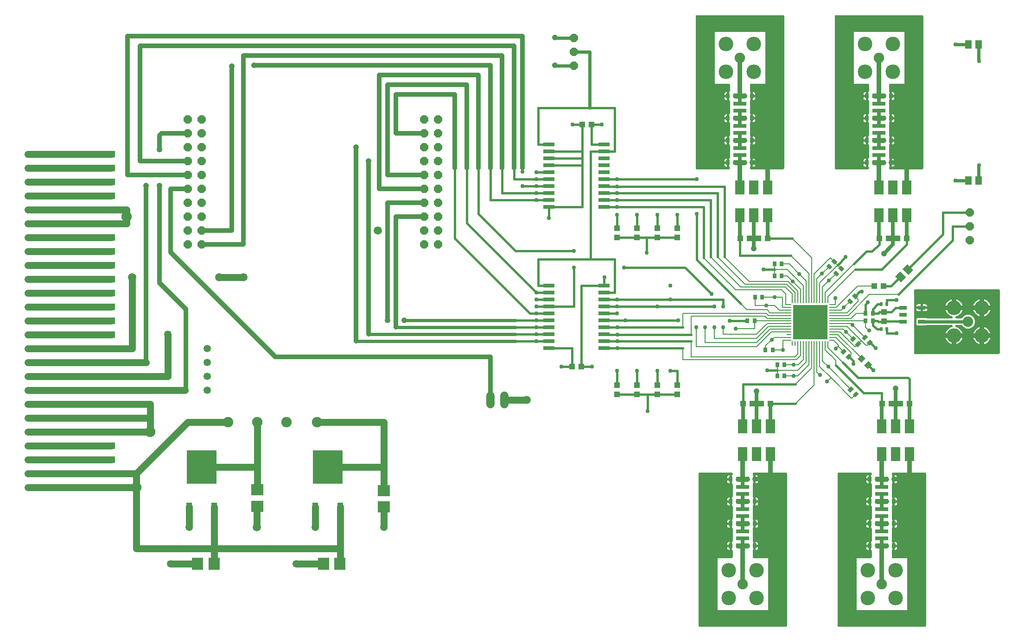
<source format=gbr>
G04 EAGLE Gerber RS-274X export*
G75*
%MOMM*%
%FSLAX34Y34*%
%LPD*%
%INTop Copper*%
%IPPOS*%
%AMOC8*
5,1,8,0,0,1.08239X$1,22.5*%
G01*
%ADD10C,1.270000*%
%ADD11R,0.635000X1.270000*%
%ADD12R,0.700000X0.900000*%
%ADD13R,1.300000X1.500000*%
%ADD14R,0.900000X0.700000*%
%ADD15R,1.397000X0.762000*%
%ADD16R,1.000000X1.100000*%
%ADD17R,1.100000X1.000000*%
%ADD18R,0.600000X0.700000*%
%ADD19R,1.651000X2.540000*%
%ADD20P,1.632244X8X112.500000*%
%ADD21R,2.032000X0.660400*%
%ADD22C,1.905000*%
%ADD23C,2.667000*%
%ADD24R,0.203200X0.812800*%
%ADD25R,0.812800X0.203200*%
%ADD26R,6.248400X6.248400*%
%ADD27P,1.632244X8X292.500000*%
%ADD28R,5.400000X6.200000*%
%ADD29R,1.000000X1.600000*%
%ADD30R,2.000000X2.200000*%
%ADD31R,2.200000X2.000000*%
%ADD32C,1.508000*%
%ADD33C,1.350000*%
%ADD34C,1.500000*%
%ADD35C,0.812800*%
%ADD36C,0.203200*%
%ADD37C,0.406400*%
%ADD38C,0.756400*%
%ADD39C,0.609600*%
%ADD40C,1.056400*%
%ADD41C,0.889000*%
%ADD42C,0.711200*%

G36*
X1140478Y848871D02*
X1140478Y848871D01*
X1140496Y848869D01*
X1140678Y848890D01*
X1140861Y848909D01*
X1140878Y848914D01*
X1140895Y848916D01*
X1141070Y848973D01*
X1141246Y849027D01*
X1141261Y849035D01*
X1141278Y849041D01*
X1141438Y849131D01*
X1141600Y849219D01*
X1141613Y849230D01*
X1141629Y849239D01*
X1141768Y849359D01*
X1141909Y849476D01*
X1141920Y849490D01*
X1141934Y849502D01*
X1142046Y849647D01*
X1142161Y849790D01*
X1142169Y849806D01*
X1142180Y849820D01*
X1142262Y849984D01*
X1142347Y850147D01*
X1142352Y850164D01*
X1142360Y850181D01*
X1142407Y850359D01*
X1142458Y850534D01*
X1142460Y850552D01*
X1142464Y850569D01*
X1142491Y850900D01*
X1142491Y851988D01*
X1142489Y852006D01*
X1142491Y852024D01*
X1142470Y852205D01*
X1142451Y852389D01*
X1142446Y852406D01*
X1142444Y852423D01*
X1142387Y852598D01*
X1142333Y852774D01*
X1142325Y852789D01*
X1142319Y852806D01*
X1142229Y852966D01*
X1142141Y853128D01*
X1142130Y853141D01*
X1142121Y853157D01*
X1142001Y853296D01*
X1141884Y853437D01*
X1141870Y853448D01*
X1141858Y853462D01*
X1141713Y853574D01*
X1141570Y853689D01*
X1141554Y853697D01*
X1141540Y853708D01*
X1141375Y853790D01*
X1141213Y853875D01*
X1141196Y853880D01*
X1141180Y853888D01*
X1141071Y853917D01*
X1141071Y861060D01*
X1141071Y868205D01*
X1141246Y868259D01*
X1141261Y868267D01*
X1141278Y868273D01*
X1141438Y868363D01*
X1141600Y868451D01*
X1141613Y868462D01*
X1141629Y868471D01*
X1141768Y868591D01*
X1141909Y868708D01*
X1141920Y868722D01*
X1141934Y868734D01*
X1142046Y868879D01*
X1142161Y869022D01*
X1142169Y869038D01*
X1142180Y869052D01*
X1142262Y869217D01*
X1142347Y869379D01*
X1142352Y869396D01*
X1142360Y869412D01*
X1142407Y869591D01*
X1142458Y869766D01*
X1142460Y869784D01*
X1142464Y869801D01*
X1142491Y870132D01*
X1142491Y892628D01*
X1142489Y892646D01*
X1142491Y892664D01*
X1142470Y892845D01*
X1142451Y893029D01*
X1142446Y893046D01*
X1142444Y893063D01*
X1142387Y893238D01*
X1142333Y893414D01*
X1142325Y893429D01*
X1142319Y893446D01*
X1142229Y893606D01*
X1142141Y893768D01*
X1142130Y893781D01*
X1142121Y893797D01*
X1142001Y893936D01*
X1141884Y894077D01*
X1141870Y894088D01*
X1141858Y894102D01*
X1141713Y894214D01*
X1141570Y894329D01*
X1141554Y894337D01*
X1141540Y894348D01*
X1141375Y894430D01*
X1141213Y894515D01*
X1141196Y894520D01*
X1141180Y894528D01*
X1141071Y894557D01*
X1141071Y901700D01*
X1141071Y908845D01*
X1141246Y908899D01*
X1141261Y908907D01*
X1141278Y908913D01*
X1141438Y909003D01*
X1141600Y909091D01*
X1141613Y909102D01*
X1141629Y909111D01*
X1141768Y909231D01*
X1141909Y909348D01*
X1141920Y909362D01*
X1141934Y909374D01*
X1142046Y909519D01*
X1142161Y909662D01*
X1142169Y909678D01*
X1142180Y909692D01*
X1142262Y909857D01*
X1142347Y910019D01*
X1142352Y910036D01*
X1142360Y910052D01*
X1142407Y910231D01*
X1142458Y910406D01*
X1142460Y910424D01*
X1142464Y910441D01*
X1142491Y910772D01*
X1142491Y933268D01*
X1142489Y933286D01*
X1142491Y933304D01*
X1142470Y933486D01*
X1142451Y933669D01*
X1142446Y933686D01*
X1142444Y933703D01*
X1142387Y933878D01*
X1142333Y934054D01*
X1142325Y934069D01*
X1142319Y934086D01*
X1142229Y934246D01*
X1142141Y934408D01*
X1142130Y934421D01*
X1142121Y934437D01*
X1142001Y934576D01*
X1141884Y934717D01*
X1141870Y934728D01*
X1141858Y934742D01*
X1141713Y934854D01*
X1141570Y934969D01*
X1141554Y934977D01*
X1141540Y934988D01*
X1141375Y935070D01*
X1141213Y935155D01*
X1141196Y935160D01*
X1141180Y935168D01*
X1141071Y935197D01*
X1141071Y942340D01*
X1141071Y949485D01*
X1141246Y949539D01*
X1141261Y949547D01*
X1141278Y949553D01*
X1141438Y949643D01*
X1141600Y949731D01*
X1141613Y949742D01*
X1141629Y949751D01*
X1141768Y949871D01*
X1141909Y949988D01*
X1141920Y950002D01*
X1141934Y950014D01*
X1142046Y950159D01*
X1142161Y950302D01*
X1142169Y950318D01*
X1142180Y950332D01*
X1142262Y950497D01*
X1142347Y950659D01*
X1142352Y950676D01*
X1142360Y950692D01*
X1142407Y950871D01*
X1142458Y951046D01*
X1142460Y951064D01*
X1142464Y951081D01*
X1142491Y951412D01*
X1142491Y973908D01*
X1142489Y973926D01*
X1142491Y973944D01*
X1142470Y974125D01*
X1142451Y974309D01*
X1142446Y974326D01*
X1142444Y974343D01*
X1142387Y974518D01*
X1142333Y974694D01*
X1142325Y974709D01*
X1142319Y974726D01*
X1142229Y974886D01*
X1142141Y975048D01*
X1142130Y975061D01*
X1142121Y975077D01*
X1142001Y975216D01*
X1141884Y975357D01*
X1141870Y975368D01*
X1141858Y975382D01*
X1141713Y975494D01*
X1141570Y975609D01*
X1141554Y975617D01*
X1141540Y975628D01*
X1141375Y975710D01*
X1141213Y975795D01*
X1141196Y975800D01*
X1141180Y975808D01*
X1141071Y975837D01*
X1141071Y982980D01*
X1141071Y990125D01*
X1141246Y990179D01*
X1141261Y990187D01*
X1141278Y990193D01*
X1141438Y990283D01*
X1141600Y990371D01*
X1141613Y990382D01*
X1141629Y990391D01*
X1141768Y990511D01*
X1141909Y990628D01*
X1141920Y990642D01*
X1141934Y990654D01*
X1142046Y990799D01*
X1142161Y990942D01*
X1142169Y990958D01*
X1142180Y990972D01*
X1142262Y991137D01*
X1142347Y991299D01*
X1142352Y991316D01*
X1142360Y991332D01*
X1142407Y991511D01*
X1142458Y991686D01*
X1142460Y991704D01*
X1142464Y991721D01*
X1142491Y992052D01*
X1142491Y1003300D01*
X1142489Y1003318D01*
X1142491Y1003336D01*
X1142470Y1003518D01*
X1142451Y1003701D01*
X1142446Y1003718D01*
X1142444Y1003735D01*
X1142387Y1003910D01*
X1142333Y1004086D01*
X1142325Y1004101D01*
X1142319Y1004118D01*
X1142229Y1004278D01*
X1142141Y1004440D01*
X1142130Y1004453D01*
X1142121Y1004469D01*
X1142001Y1004608D01*
X1141884Y1004749D01*
X1141870Y1004760D01*
X1141858Y1004774D01*
X1141713Y1004886D01*
X1141570Y1005001D01*
X1141554Y1005009D01*
X1141540Y1005020D01*
X1141375Y1005102D01*
X1141213Y1005187D01*
X1141196Y1005192D01*
X1141180Y1005200D01*
X1141001Y1005247D01*
X1140826Y1005298D01*
X1140808Y1005300D01*
X1140791Y1005304D01*
X1140460Y1005331D01*
X1114551Y1005331D01*
X1114551Y1100329D01*
X1207009Y1100329D01*
X1207009Y1005331D01*
X1181100Y1005331D01*
X1181082Y1005329D01*
X1181064Y1005331D01*
X1180882Y1005310D01*
X1180699Y1005291D01*
X1180682Y1005286D01*
X1180665Y1005284D01*
X1180490Y1005227D01*
X1180314Y1005173D01*
X1180299Y1005165D01*
X1180282Y1005159D01*
X1180122Y1005069D01*
X1179960Y1004981D01*
X1179947Y1004970D01*
X1179931Y1004961D01*
X1179792Y1004841D01*
X1179651Y1004724D01*
X1179640Y1004710D01*
X1179627Y1004698D01*
X1179514Y1004553D01*
X1179399Y1004410D01*
X1179391Y1004394D01*
X1179380Y1004380D01*
X1179298Y1004215D01*
X1179213Y1004053D01*
X1179208Y1004036D01*
X1179200Y1004020D01*
X1179153Y1003841D01*
X1179102Y1003666D01*
X1179100Y1003648D01*
X1179096Y1003631D01*
X1179069Y1003300D01*
X1179069Y992052D01*
X1179071Y992034D01*
X1179069Y992016D01*
X1179090Y991834D01*
X1179109Y991651D01*
X1179114Y991634D01*
X1179116Y991617D01*
X1179173Y991442D01*
X1179227Y991266D01*
X1179235Y991251D01*
X1179241Y991234D01*
X1179331Y991074D01*
X1179419Y990912D01*
X1179430Y990899D01*
X1179439Y990883D01*
X1179559Y990744D01*
X1179676Y990603D01*
X1179690Y990592D01*
X1179702Y990578D01*
X1179847Y990466D01*
X1179990Y990351D01*
X1180006Y990343D01*
X1180020Y990332D01*
X1180185Y990250D01*
X1180347Y990165D01*
X1180364Y990160D01*
X1180381Y990152D01*
X1180489Y990123D01*
X1180489Y982980D01*
X1180489Y975835D01*
X1180314Y975781D01*
X1180299Y975773D01*
X1180282Y975767D01*
X1180122Y975677D01*
X1179960Y975589D01*
X1179947Y975578D01*
X1179931Y975569D01*
X1179792Y975449D01*
X1179651Y975332D01*
X1179640Y975318D01*
X1179627Y975306D01*
X1179514Y975161D01*
X1179399Y975018D01*
X1179391Y975002D01*
X1179380Y974988D01*
X1179298Y974823D01*
X1179213Y974661D01*
X1179208Y974644D01*
X1179200Y974628D01*
X1179153Y974449D01*
X1179102Y974274D01*
X1179100Y974256D01*
X1179096Y974239D01*
X1179069Y973908D01*
X1179069Y951534D01*
X1179071Y951516D01*
X1179069Y951498D01*
X1179090Y951316D01*
X1179109Y951133D01*
X1179114Y951116D01*
X1179116Y951098D01*
X1179173Y950924D01*
X1179227Y950748D01*
X1179235Y950733D01*
X1179241Y950716D01*
X1179331Y950555D01*
X1179419Y950394D01*
X1179430Y950381D01*
X1179439Y950365D01*
X1179559Y950226D01*
X1179676Y950085D01*
X1179690Y950074D01*
X1179702Y950060D01*
X1179847Y949948D01*
X1179990Y949833D01*
X1180006Y949824D01*
X1180020Y949814D01*
X1180185Y949732D01*
X1180347Y949647D01*
X1180364Y949642D01*
X1180381Y949634D01*
X1180483Y949607D01*
X1180483Y942462D01*
X1180483Y935315D01*
X1180314Y935263D01*
X1180299Y935255D01*
X1180282Y935249D01*
X1180122Y935159D01*
X1179960Y935071D01*
X1179947Y935060D01*
X1179931Y935051D01*
X1179792Y934931D01*
X1179651Y934814D01*
X1179640Y934800D01*
X1179627Y934788D01*
X1179514Y934643D01*
X1179399Y934500D01*
X1179391Y934484D01*
X1179380Y934470D01*
X1179298Y934305D01*
X1179213Y934143D01*
X1179208Y934125D01*
X1179200Y934109D01*
X1179153Y933931D01*
X1179102Y933756D01*
X1179100Y933738D01*
X1179096Y933721D01*
X1179069Y933390D01*
X1179069Y910772D01*
X1179071Y910754D01*
X1179069Y910736D01*
X1179090Y910554D01*
X1179109Y910371D01*
X1179114Y910354D01*
X1179116Y910337D01*
X1179173Y910162D01*
X1179227Y909986D01*
X1179235Y909971D01*
X1179241Y909954D01*
X1179331Y909794D01*
X1179419Y909632D01*
X1179430Y909619D01*
X1179439Y909603D01*
X1179559Y909464D01*
X1179676Y909323D01*
X1179690Y909312D01*
X1179702Y909298D01*
X1179847Y909186D01*
X1179990Y909071D01*
X1180006Y909063D01*
X1180020Y909052D01*
X1180185Y908970D01*
X1180347Y908885D01*
X1180364Y908880D01*
X1180381Y908872D01*
X1180489Y908843D01*
X1180489Y901700D01*
X1180489Y894555D01*
X1180314Y894501D01*
X1180299Y894493D01*
X1180282Y894487D01*
X1180122Y894397D01*
X1179960Y894309D01*
X1179947Y894298D01*
X1179931Y894289D01*
X1179792Y894169D01*
X1179651Y894052D01*
X1179640Y894038D01*
X1179627Y894026D01*
X1179514Y893881D01*
X1179399Y893738D01*
X1179391Y893722D01*
X1179380Y893708D01*
X1179298Y893543D01*
X1179213Y893381D01*
X1179208Y893364D01*
X1179200Y893348D01*
X1179153Y893169D01*
X1179102Y892994D01*
X1179100Y892976D01*
X1179096Y892959D01*
X1179069Y892628D01*
X1179069Y870132D01*
X1179071Y870114D01*
X1179069Y870096D01*
X1179090Y869914D01*
X1179109Y869731D01*
X1179114Y869714D01*
X1179116Y869697D01*
X1179173Y869522D01*
X1179227Y869346D01*
X1179235Y869331D01*
X1179241Y869314D01*
X1179331Y869154D01*
X1179419Y868992D01*
X1179430Y868979D01*
X1179439Y868963D01*
X1179559Y868824D01*
X1179676Y868683D01*
X1179690Y868672D01*
X1179702Y868658D01*
X1179847Y868546D01*
X1179990Y868431D01*
X1180006Y868423D01*
X1180020Y868412D01*
X1180185Y868330D01*
X1180347Y868245D01*
X1180364Y868240D01*
X1180381Y868232D01*
X1180489Y868203D01*
X1180489Y861060D01*
X1180489Y853915D01*
X1180314Y853861D01*
X1180299Y853853D01*
X1180282Y853847D01*
X1180122Y853757D01*
X1179960Y853669D01*
X1179947Y853658D01*
X1179931Y853649D01*
X1179792Y853529D01*
X1179651Y853412D01*
X1179640Y853398D01*
X1179627Y853386D01*
X1179514Y853241D01*
X1179399Y853098D01*
X1179391Y853082D01*
X1179380Y853068D01*
X1179298Y852903D01*
X1179213Y852741D01*
X1179208Y852724D01*
X1179200Y852708D01*
X1179153Y852529D01*
X1179102Y852354D01*
X1179100Y852336D01*
X1179096Y852319D01*
X1179069Y851988D01*
X1179069Y850900D01*
X1179071Y850882D01*
X1179069Y850864D01*
X1179090Y850682D01*
X1179109Y850499D01*
X1179114Y850482D01*
X1179116Y850465D01*
X1179173Y850290D01*
X1179227Y850114D01*
X1179235Y850099D01*
X1179241Y850082D01*
X1179331Y849922D01*
X1179419Y849760D01*
X1179430Y849747D01*
X1179439Y849731D01*
X1179559Y849592D01*
X1179676Y849451D01*
X1179690Y849440D01*
X1179702Y849427D01*
X1179847Y849314D01*
X1179990Y849199D01*
X1180006Y849191D01*
X1180020Y849180D01*
X1180185Y849098D01*
X1180347Y849013D01*
X1180364Y849008D01*
X1180381Y849000D01*
X1180559Y848953D01*
X1180734Y848902D01*
X1180752Y848900D01*
X1180769Y848896D01*
X1181100Y848869D01*
X1239520Y848869D01*
X1239538Y848871D01*
X1239556Y848869D01*
X1239738Y848890D01*
X1239921Y848909D01*
X1239938Y848914D01*
X1239955Y848916D01*
X1240130Y848973D01*
X1240306Y849027D01*
X1240321Y849035D01*
X1240338Y849041D01*
X1240498Y849131D01*
X1240660Y849219D01*
X1240673Y849230D01*
X1240689Y849239D01*
X1240828Y849359D01*
X1240969Y849476D01*
X1240980Y849490D01*
X1240994Y849502D01*
X1241106Y849647D01*
X1241221Y849790D01*
X1241229Y849806D01*
X1241240Y849820D01*
X1241322Y849984D01*
X1241407Y850147D01*
X1241412Y850164D01*
X1241420Y850181D01*
X1241467Y850359D01*
X1241518Y850534D01*
X1241520Y850552D01*
X1241524Y850569D01*
X1241551Y850900D01*
X1241551Y1128776D01*
X1241549Y1128794D01*
X1241551Y1128812D01*
X1241530Y1128994D01*
X1241511Y1129177D01*
X1241506Y1129194D01*
X1241504Y1129211D01*
X1241447Y1129386D01*
X1241393Y1129562D01*
X1241385Y1129577D01*
X1241379Y1129594D01*
X1241289Y1129754D01*
X1241201Y1129916D01*
X1241190Y1129929D01*
X1241181Y1129945D01*
X1241061Y1130084D01*
X1240944Y1130225D01*
X1240930Y1130236D01*
X1240918Y1130250D01*
X1240773Y1130362D01*
X1240630Y1130477D01*
X1240614Y1130485D01*
X1240600Y1130496D01*
X1240435Y1130578D01*
X1240273Y1130663D01*
X1240256Y1130668D01*
X1240240Y1130676D01*
X1240061Y1130723D01*
X1239886Y1130774D01*
X1239868Y1130776D01*
X1239851Y1130780D01*
X1239520Y1130807D01*
X1082040Y1130807D01*
X1082022Y1130805D01*
X1082004Y1130807D01*
X1081822Y1130786D01*
X1081639Y1130767D01*
X1081622Y1130762D01*
X1081605Y1130760D01*
X1081430Y1130703D01*
X1081254Y1130649D01*
X1081239Y1130641D01*
X1081222Y1130635D01*
X1081062Y1130545D01*
X1080900Y1130457D01*
X1080887Y1130446D01*
X1080871Y1130437D01*
X1080732Y1130317D01*
X1080591Y1130200D01*
X1080580Y1130186D01*
X1080567Y1130174D01*
X1080454Y1130029D01*
X1080339Y1129886D01*
X1080331Y1129870D01*
X1080320Y1129856D01*
X1080238Y1129691D01*
X1080153Y1129529D01*
X1080148Y1129512D01*
X1080140Y1129496D01*
X1080093Y1129317D01*
X1080042Y1129142D01*
X1080040Y1129124D01*
X1080036Y1129107D01*
X1080009Y1128776D01*
X1080009Y850900D01*
X1080011Y850882D01*
X1080009Y850864D01*
X1080030Y850682D01*
X1080049Y850499D01*
X1080054Y850482D01*
X1080056Y850465D01*
X1080113Y850290D01*
X1080167Y850114D01*
X1080175Y850099D01*
X1080181Y850082D01*
X1080271Y849922D01*
X1080359Y849760D01*
X1080370Y849747D01*
X1080379Y849731D01*
X1080499Y849592D01*
X1080616Y849451D01*
X1080630Y849440D01*
X1080642Y849427D01*
X1080787Y849314D01*
X1080930Y849199D01*
X1080946Y849191D01*
X1080960Y849180D01*
X1081125Y849098D01*
X1081287Y849013D01*
X1081304Y849008D01*
X1081321Y849000D01*
X1081499Y848953D01*
X1081674Y848902D01*
X1081692Y848900D01*
X1081709Y848896D01*
X1082040Y848869D01*
X1140460Y848869D01*
X1140478Y848871D01*
G37*
G36*
X1244618Y12195D02*
X1244618Y12195D01*
X1244636Y12193D01*
X1244818Y12214D01*
X1245001Y12233D01*
X1245018Y12238D01*
X1245035Y12240D01*
X1245210Y12297D01*
X1245386Y12351D01*
X1245401Y12359D01*
X1245418Y12365D01*
X1245578Y12455D01*
X1245740Y12543D01*
X1245753Y12554D01*
X1245769Y12563D01*
X1245908Y12683D01*
X1246049Y12800D01*
X1246060Y12814D01*
X1246074Y12826D01*
X1246186Y12971D01*
X1246301Y13114D01*
X1246309Y13130D01*
X1246320Y13144D01*
X1246402Y13309D01*
X1246487Y13471D01*
X1246492Y13488D01*
X1246500Y13504D01*
X1246547Y13683D01*
X1246598Y13858D01*
X1246600Y13876D01*
X1246604Y13893D01*
X1246631Y14224D01*
X1246631Y292100D01*
X1246629Y292118D01*
X1246631Y292136D01*
X1246610Y292318D01*
X1246591Y292501D01*
X1246586Y292518D01*
X1246584Y292535D01*
X1246527Y292710D01*
X1246473Y292886D01*
X1246465Y292901D01*
X1246459Y292918D01*
X1246369Y293078D01*
X1246281Y293240D01*
X1246270Y293253D01*
X1246261Y293269D01*
X1246141Y293408D01*
X1246024Y293549D01*
X1246010Y293560D01*
X1245998Y293574D01*
X1245853Y293686D01*
X1245710Y293801D01*
X1245694Y293809D01*
X1245680Y293820D01*
X1245515Y293902D01*
X1245353Y293987D01*
X1245336Y293992D01*
X1245320Y294000D01*
X1245141Y294047D01*
X1244966Y294098D01*
X1244948Y294100D01*
X1244931Y294104D01*
X1244600Y294131D01*
X1186180Y294131D01*
X1186162Y294129D01*
X1186144Y294131D01*
X1185962Y294110D01*
X1185779Y294091D01*
X1185762Y294086D01*
X1185745Y294084D01*
X1185570Y294027D01*
X1185394Y293973D01*
X1185379Y293965D01*
X1185362Y293959D01*
X1185202Y293869D01*
X1185040Y293781D01*
X1185027Y293770D01*
X1185011Y293761D01*
X1184872Y293641D01*
X1184731Y293524D01*
X1184720Y293510D01*
X1184707Y293498D01*
X1184594Y293353D01*
X1184479Y293210D01*
X1184471Y293194D01*
X1184460Y293180D01*
X1184378Y293015D01*
X1184293Y292853D01*
X1184288Y292836D01*
X1184280Y292820D01*
X1184233Y292641D01*
X1184182Y292466D01*
X1184180Y292448D01*
X1184176Y292431D01*
X1184149Y292100D01*
X1184149Y291012D01*
X1184151Y290994D01*
X1184149Y290976D01*
X1184170Y290794D01*
X1184189Y290611D01*
X1184194Y290594D01*
X1184196Y290577D01*
X1184253Y290402D01*
X1184307Y290226D01*
X1184315Y290211D01*
X1184321Y290194D01*
X1184411Y290034D01*
X1184499Y289872D01*
X1184510Y289859D01*
X1184519Y289843D01*
X1184639Y289704D01*
X1184756Y289563D01*
X1184770Y289552D01*
X1184782Y289538D01*
X1184927Y289426D01*
X1185070Y289311D01*
X1185086Y289303D01*
X1185100Y289292D01*
X1185265Y289210D01*
X1185427Y289125D01*
X1185444Y289120D01*
X1185461Y289112D01*
X1185569Y289083D01*
X1185569Y281940D01*
X1185569Y274795D01*
X1185394Y274741D01*
X1185379Y274733D01*
X1185362Y274727D01*
X1185202Y274637D01*
X1185040Y274549D01*
X1185027Y274538D01*
X1185011Y274529D01*
X1184872Y274409D01*
X1184731Y274292D01*
X1184720Y274278D01*
X1184707Y274266D01*
X1184594Y274121D01*
X1184479Y273978D01*
X1184471Y273962D01*
X1184460Y273948D01*
X1184378Y273783D01*
X1184293Y273621D01*
X1184288Y273604D01*
X1184280Y273588D01*
X1184233Y273409D01*
X1184182Y273234D01*
X1184180Y273216D01*
X1184176Y273199D01*
X1184149Y272868D01*
X1184149Y250372D01*
X1184151Y250354D01*
X1184149Y250336D01*
X1184170Y250154D01*
X1184189Y249971D01*
X1184194Y249954D01*
X1184196Y249937D01*
X1184253Y249762D01*
X1184307Y249586D01*
X1184315Y249571D01*
X1184321Y249554D01*
X1184411Y249394D01*
X1184499Y249232D01*
X1184510Y249219D01*
X1184519Y249203D01*
X1184639Y249064D01*
X1184756Y248923D01*
X1184770Y248912D01*
X1184782Y248898D01*
X1184927Y248786D01*
X1185070Y248671D01*
X1185086Y248663D01*
X1185100Y248652D01*
X1185265Y248570D01*
X1185427Y248485D01*
X1185444Y248480D01*
X1185461Y248472D01*
X1185569Y248443D01*
X1185569Y241300D01*
X1185569Y234155D01*
X1185394Y234101D01*
X1185379Y234093D01*
X1185362Y234087D01*
X1185202Y233997D01*
X1185040Y233909D01*
X1185027Y233898D01*
X1185011Y233889D01*
X1184872Y233769D01*
X1184731Y233652D01*
X1184720Y233638D01*
X1184707Y233626D01*
X1184594Y233481D01*
X1184479Y233338D01*
X1184471Y233322D01*
X1184460Y233308D01*
X1184378Y233143D01*
X1184293Y232981D01*
X1184288Y232964D01*
X1184280Y232948D01*
X1184233Y232769D01*
X1184182Y232594D01*
X1184180Y232576D01*
X1184176Y232559D01*
X1184149Y232228D01*
X1184149Y209732D01*
X1184151Y209714D01*
X1184149Y209696D01*
X1184170Y209514D01*
X1184189Y209331D01*
X1184194Y209314D01*
X1184196Y209297D01*
X1184253Y209122D01*
X1184307Y208946D01*
X1184315Y208931D01*
X1184321Y208914D01*
X1184411Y208754D01*
X1184499Y208592D01*
X1184510Y208579D01*
X1184519Y208563D01*
X1184639Y208424D01*
X1184756Y208283D01*
X1184770Y208272D01*
X1184782Y208258D01*
X1184927Y208146D01*
X1185070Y208031D01*
X1185086Y208023D01*
X1185100Y208012D01*
X1185265Y207930D01*
X1185427Y207845D01*
X1185444Y207840D01*
X1185461Y207832D01*
X1185569Y207803D01*
X1185569Y200660D01*
X1185569Y193515D01*
X1185394Y193461D01*
X1185379Y193453D01*
X1185362Y193447D01*
X1185202Y193357D01*
X1185040Y193269D01*
X1185027Y193258D01*
X1185011Y193249D01*
X1184872Y193129D01*
X1184731Y193012D01*
X1184720Y192998D01*
X1184707Y192986D01*
X1184594Y192841D01*
X1184479Y192698D01*
X1184471Y192682D01*
X1184460Y192668D01*
X1184378Y192503D01*
X1184293Y192341D01*
X1184288Y192324D01*
X1184280Y192308D01*
X1184233Y192129D01*
X1184182Y191954D01*
X1184180Y191936D01*
X1184176Y191919D01*
X1184149Y191588D01*
X1184149Y169092D01*
X1184151Y169074D01*
X1184149Y169056D01*
X1184170Y168874D01*
X1184189Y168691D01*
X1184194Y168674D01*
X1184196Y168657D01*
X1184253Y168482D01*
X1184307Y168306D01*
X1184315Y168291D01*
X1184321Y168274D01*
X1184411Y168114D01*
X1184499Y167952D01*
X1184510Y167939D01*
X1184519Y167923D01*
X1184639Y167784D01*
X1184756Y167643D01*
X1184770Y167632D01*
X1184782Y167618D01*
X1184927Y167506D01*
X1185070Y167391D01*
X1185086Y167383D01*
X1185100Y167372D01*
X1185265Y167290D01*
X1185427Y167205D01*
X1185444Y167200D01*
X1185461Y167192D01*
X1185569Y167163D01*
X1185569Y160020D01*
X1185569Y152875D01*
X1185394Y152821D01*
X1185379Y152813D01*
X1185362Y152807D01*
X1185202Y152717D01*
X1185040Y152629D01*
X1185027Y152618D01*
X1185011Y152609D01*
X1184872Y152489D01*
X1184731Y152372D01*
X1184720Y152358D01*
X1184707Y152346D01*
X1184594Y152201D01*
X1184479Y152058D01*
X1184471Y152042D01*
X1184460Y152028D01*
X1184378Y151863D01*
X1184293Y151701D01*
X1184288Y151684D01*
X1184280Y151668D01*
X1184233Y151489D01*
X1184182Y151314D01*
X1184180Y151296D01*
X1184176Y151279D01*
X1184149Y150948D01*
X1184149Y139700D01*
X1184151Y139682D01*
X1184149Y139664D01*
X1184170Y139482D01*
X1184189Y139299D01*
X1184194Y139282D01*
X1184196Y139265D01*
X1184253Y139090D01*
X1184307Y138914D01*
X1184315Y138899D01*
X1184321Y138882D01*
X1184411Y138722D01*
X1184499Y138560D01*
X1184510Y138547D01*
X1184519Y138531D01*
X1184639Y138392D01*
X1184756Y138251D01*
X1184770Y138240D01*
X1184782Y138227D01*
X1184927Y138114D01*
X1185070Y137999D01*
X1185086Y137991D01*
X1185100Y137980D01*
X1185265Y137898D01*
X1185427Y137813D01*
X1185444Y137808D01*
X1185461Y137800D01*
X1185639Y137753D01*
X1185814Y137702D01*
X1185832Y137700D01*
X1185849Y137696D01*
X1186180Y137669D01*
X1212089Y137669D01*
X1212089Y42671D01*
X1119631Y42671D01*
X1119631Y137669D01*
X1145540Y137669D01*
X1145558Y137671D01*
X1145576Y137669D01*
X1145758Y137690D01*
X1145941Y137709D01*
X1145958Y137714D01*
X1145975Y137716D01*
X1146150Y137773D01*
X1146326Y137827D01*
X1146341Y137835D01*
X1146358Y137841D01*
X1146518Y137931D01*
X1146680Y138019D01*
X1146693Y138030D01*
X1146709Y138039D01*
X1146848Y138159D01*
X1146989Y138276D01*
X1147000Y138290D01*
X1147014Y138302D01*
X1147126Y138447D01*
X1147241Y138590D01*
X1147249Y138606D01*
X1147260Y138620D01*
X1147342Y138785D01*
X1147427Y138947D01*
X1147432Y138964D01*
X1147440Y138981D01*
X1147487Y139159D01*
X1147538Y139334D01*
X1147540Y139352D01*
X1147544Y139369D01*
X1147571Y139700D01*
X1147571Y150948D01*
X1147569Y150966D01*
X1147571Y150984D01*
X1147550Y151165D01*
X1147531Y151349D01*
X1147526Y151366D01*
X1147524Y151383D01*
X1147467Y151558D01*
X1147413Y151734D01*
X1147405Y151749D01*
X1147399Y151766D01*
X1147309Y151926D01*
X1147221Y152088D01*
X1147210Y152101D01*
X1147201Y152117D01*
X1147081Y152256D01*
X1146964Y152397D01*
X1146950Y152408D01*
X1146938Y152422D01*
X1146793Y152534D01*
X1146650Y152649D01*
X1146634Y152657D01*
X1146620Y152668D01*
X1146455Y152750D01*
X1146293Y152835D01*
X1146276Y152840D01*
X1146260Y152848D01*
X1146151Y152877D01*
X1146151Y160020D01*
X1146151Y167165D01*
X1146326Y167219D01*
X1146341Y167227D01*
X1146358Y167233D01*
X1146518Y167323D01*
X1146680Y167411D01*
X1146693Y167422D01*
X1146709Y167431D01*
X1146848Y167551D01*
X1146989Y167668D01*
X1147000Y167682D01*
X1147014Y167694D01*
X1147126Y167839D01*
X1147241Y167982D01*
X1147249Y167998D01*
X1147260Y168012D01*
X1147342Y168177D01*
X1147427Y168339D01*
X1147432Y168356D01*
X1147440Y168372D01*
X1147487Y168551D01*
X1147538Y168726D01*
X1147540Y168744D01*
X1147544Y168761D01*
X1147571Y169092D01*
X1147571Y191588D01*
X1147569Y191606D01*
X1147571Y191624D01*
X1147550Y191805D01*
X1147531Y191989D01*
X1147526Y192006D01*
X1147524Y192023D01*
X1147467Y192198D01*
X1147413Y192374D01*
X1147405Y192389D01*
X1147399Y192406D01*
X1147309Y192566D01*
X1147221Y192728D01*
X1147210Y192741D01*
X1147201Y192757D01*
X1147081Y192896D01*
X1146964Y193037D01*
X1146950Y193048D01*
X1146938Y193062D01*
X1146793Y193174D01*
X1146650Y193289D01*
X1146634Y193297D01*
X1146620Y193308D01*
X1146455Y193390D01*
X1146293Y193475D01*
X1146276Y193480D01*
X1146260Y193488D01*
X1146151Y193517D01*
X1146151Y200660D01*
X1146151Y207805D01*
X1146326Y207859D01*
X1146341Y207867D01*
X1146358Y207873D01*
X1146518Y207963D01*
X1146680Y208051D01*
X1146693Y208062D01*
X1146709Y208071D01*
X1146848Y208191D01*
X1146989Y208308D01*
X1147000Y208322D01*
X1147014Y208334D01*
X1147126Y208479D01*
X1147241Y208622D01*
X1147249Y208638D01*
X1147260Y208652D01*
X1147342Y208817D01*
X1147427Y208979D01*
X1147432Y208996D01*
X1147440Y209012D01*
X1147487Y209191D01*
X1147538Y209366D01*
X1147540Y209384D01*
X1147544Y209401D01*
X1147571Y209732D01*
X1147571Y232228D01*
X1147569Y232246D01*
X1147571Y232264D01*
X1147550Y232445D01*
X1147531Y232629D01*
X1147526Y232646D01*
X1147524Y232663D01*
X1147467Y232838D01*
X1147413Y233014D01*
X1147405Y233029D01*
X1147399Y233046D01*
X1147309Y233206D01*
X1147221Y233368D01*
X1147210Y233381D01*
X1147201Y233397D01*
X1147081Y233536D01*
X1146964Y233677D01*
X1146950Y233688D01*
X1146938Y233702D01*
X1146793Y233814D01*
X1146650Y233929D01*
X1146634Y233937D01*
X1146620Y233948D01*
X1146455Y234030D01*
X1146293Y234115D01*
X1146276Y234120D01*
X1146260Y234128D01*
X1146151Y234157D01*
X1146151Y241300D01*
X1146151Y248445D01*
X1146326Y248499D01*
X1146341Y248507D01*
X1146358Y248513D01*
X1146518Y248603D01*
X1146680Y248691D01*
X1146693Y248702D01*
X1146709Y248711D01*
X1146848Y248831D01*
X1146989Y248948D01*
X1147000Y248962D01*
X1147014Y248974D01*
X1147126Y249119D01*
X1147241Y249262D01*
X1147249Y249278D01*
X1147260Y249292D01*
X1147342Y249457D01*
X1147427Y249619D01*
X1147432Y249636D01*
X1147440Y249652D01*
X1147487Y249831D01*
X1147538Y250006D01*
X1147540Y250024D01*
X1147544Y250041D01*
X1147571Y250372D01*
X1147571Y272868D01*
X1147569Y272886D01*
X1147571Y272904D01*
X1147550Y273085D01*
X1147531Y273269D01*
X1147526Y273286D01*
X1147524Y273303D01*
X1147467Y273478D01*
X1147413Y273654D01*
X1147405Y273669D01*
X1147399Y273686D01*
X1147309Y273846D01*
X1147221Y274008D01*
X1147210Y274021D01*
X1147201Y274037D01*
X1147081Y274176D01*
X1146964Y274317D01*
X1146950Y274328D01*
X1146938Y274342D01*
X1146793Y274454D01*
X1146650Y274569D01*
X1146634Y274577D01*
X1146620Y274588D01*
X1146455Y274670D01*
X1146293Y274755D01*
X1146276Y274760D01*
X1146260Y274768D01*
X1146151Y274797D01*
X1146151Y281940D01*
X1146151Y289085D01*
X1146326Y289139D01*
X1146341Y289147D01*
X1146358Y289153D01*
X1146518Y289243D01*
X1146680Y289331D01*
X1146693Y289342D01*
X1146709Y289351D01*
X1146848Y289471D01*
X1146989Y289588D01*
X1147000Y289602D01*
X1147014Y289614D01*
X1147126Y289759D01*
X1147241Y289902D01*
X1147249Y289918D01*
X1147260Y289932D01*
X1147342Y290097D01*
X1147427Y290259D01*
X1147432Y290276D01*
X1147440Y290292D01*
X1147487Y290471D01*
X1147538Y290646D01*
X1147540Y290664D01*
X1147544Y290681D01*
X1147571Y291012D01*
X1147571Y292100D01*
X1147569Y292118D01*
X1147571Y292136D01*
X1147550Y292318D01*
X1147531Y292501D01*
X1147526Y292518D01*
X1147524Y292535D01*
X1147467Y292710D01*
X1147413Y292886D01*
X1147405Y292901D01*
X1147399Y292918D01*
X1147309Y293078D01*
X1147221Y293240D01*
X1147210Y293253D01*
X1147201Y293269D01*
X1147081Y293408D01*
X1146964Y293549D01*
X1146950Y293560D01*
X1146938Y293574D01*
X1146793Y293686D01*
X1146650Y293801D01*
X1146634Y293809D01*
X1146620Y293820D01*
X1146455Y293902D01*
X1146293Y293987D01*
X1146276Y293992D01*
X1146260Y294000D01*
X1146081Y294047D01*
X1145906Y294098D01*
X1145888Y294100D01*
X1145871Y294104D01*
X1145540Y294131D01*
X1087120Y294131D01*
X1087102Y294129D01*
X1087084Y294131D01*
X1086902Y294110D01*
X1086719Y294091D01*
X1086702Y294086D01*
X1086685Y294084D01*
X1086510Y294027D01*
X1086334Y293973D01*
X1086319Y293965D01*
X1086302Y293959D01*
X1086142Y293869D01*
X1085980Y293781D01*
X1085967Y293770D01*
X1085951Y293761D01*
X1085812Y293641D01*
X1085671Y293524D01*
X1085660Y293510D01*
X1085647Y293498D01*
X1085534Y293353D01*
X1085419Y293210D01*
X1085411Y293194D01*
X1085400Y293180D01*
X1085318Y293015D01*
X1085233Y292853D01*
X1085228Y292836D01*
X1085220Y292820D01*
X1085173Y292641D01*
X1085122Y292466D01*
X1085120Y292448D01*
X1085116Y292431D01*
X1085089Y292100D01*
X1085089Y14224D01*
X1085091Y14206D01*
X1085089Y14188D01*
X1085110Y14006D01*
X1085129Y13823D01*
X1085134Y13806D01*
X1085136Y13789D01*
X1085193Y13614D01*
X1085247Y13438D01*
X1085255Y13423D01*
X1085261Y13406D01*
X1085351Y13246D01*
X1085439Y13084D01*
X1085450Y13071D01*
X1085459Y13055D01*
X1085579Y12916D01*
X1085696Y12775D01*
X1085710Y12764D01*
X1085722Y12750D01*
X1085867Y12638D01*
X1086010Y12523D01*
X1086026Y12515D01*
X1086040Y12504D01*
X1086205Y12422D01*
X1086367Y12337D01*
X1086384Y12332D01*
X1086401Y12324D01*
X1086579Y12277D01*
X1086754Y12226D01*
X1086772Y12224D01*
X1086789Y12220D01*
X1087120Y12193D01*
X1244600Y12193D01*
X1244618Y12195D01*
G37*
G36*
X1498618Y12195D02*
X1498618Y12195D01*
X1498636Y12193D01*
X1498818Y12214D01*
X1499001Y12233D01*
X1499018Y12238D01*
X1499035Y12240D01*
X1499210Y12297D01*
X1499386Y12351D01*
X1499401Y12359D01*
X1499418Y12365D01*
X1499578Y12455D01*
X1499740Y12543D01*
X1499753Y12554D01*
X1499769Y12563D01*
X1499908Y12683D01*
X1500049Y12800D01*
X1500060Y12814D01*
X1500074Y12826D01*
X1500186Y12971D01*
X1500301Y13114D01*
X1500309Y13130D01*
X1500320Y13144D01*
X1500402Y13309D01*
X1500487Y13471D01*
X1500492Y13488D01*
X1500500Y13504D01*
X1500547Y13683D01*
X1500598Y13858D01*
X1500600Y13876D01*
X1500604Y13893D01*
X1500631Y14224D01*
X1500631Y292100D01*
X1500629Y292118D01*
X1500631Y292136D01*
X1500610Y292318D01*
X1500591Y292501D01*
X1500586Y292518D01*
X1500584Y292535D01*
X1500527Y292710D01*
X1500473Y292886D01*
X1500465Y292901D01*
X1500459Y292918D01*
X1500369Y293078D01*
X1500281Y293240D01*
X1500270Y293253D01*
X1500261Y293269D01*
X1500141Y293408D01*
X1500024Y293549D01*
X1500010Y293560D01*
X1499998Y293574D01*
X1499853Y293686D01*
X1499710Y293801D01*
X1499694Y293809D01*
X1499680Y293820D01*
X1499515Y293902D01*
X1499353Y293987D01*
X1499336Y293992D01*
X1499320Y294000D01*
X1499141Y294047D01*
X1498966Y294098D01*
X1498948Y294100D01*
X1498931Y294104D01*
X1498600Y294131D01*
X1440180Y294131D01*
X1440162Y294129D01*
X1440144Y294131D01*
X1439962Y294110D01*
X1439779Y294091D01*
X1439762Y294086D01*
X1439745Y294084D01*
X1439570Y294027D01*
X1439394Y293973D01*
X1439379Y293965D01*
X1439362Y293959D01*
X1439202Y293869D01*
X1439040Y293781D01*
X1439027Y293770D01*
X1439011Y293761D01*
X1438872Y293641D01*
X1438731Y293524D01*
X1438720Y293510D01*
X1438707Y293498D01*
X1438594Y293353D01*
X1438479Y293210D01*
X1438471Y293194D01*
X1438460Y293180D01*
X1438378Y293015D01*
X1438293Y292853D01*
X1438288Y292836D01*
X1438280Y292820D01*
X1438233Y292641D01*
X1438182Y292466D01*
X1438180Y292448D01*
X1438176Y292431D01*
X1438149Y292100D01*
X1438149Y291012D01*
X1438151Y290994D01*
X1438149Y290976D01*
X1438170Y290794D01*
X1438189Y290611D01*
X1438194Y290594D01*
X1438196Y290577D01*
X1438253Y290402D01*
X1438307Y290226D01*
X1438315Y290211D01*
X1438321Y290194D01*
X1438411Y290034D01*
X1438499Y289872D01*
X1438510Y289859D01*
X1438519Y289843D01*
X1438639Y289704D01*
X1438756Y289563D01*
X1438770Y289552D01*
X1438782Y289538D01*
X1438927Y289426D01*
X1439070Y289311D01*
X1439086Y289303D01*
X1439100Y289292D01*
X1439265Y289210D01*
X1439427Y289125D01*
X1439444Y289120D01*
X1439461Y289112D01*
X1439569Y289083D01*
X1439569Y281940D01*
X1439569Y274795D01*
X1439394Y274741D01*
X1439379Y274733D01*
X1439362Y274727D01*
X1439202Y274637D01*
X1439040Y274549D01*
X1439027Y274538D01*
X1439011Y274529D01*
X1438872Y274409D01*
X1438731Y274292D01*
X1438720Y274278D01*
X1438707Y274266D01*
X1438594Y274121D01*
X1438479Y273978D01*
X1438471Y273962D01*
X1438460Y273948D01*
X1438378Y273783D01*
X1438293Y273621D01*
X1438288Y273604D01*
X1438280Y273588D01*
X1438233Y273409D01*
X1438182Y273234D01*
X1438180Y273216D01*
X1438176Y273199D01*
X1438149Y272868D01*
X1438149Y250372D01*
X1438151Y250354D01*
X1438149Y250336D01*
X1438170Y250154D01*
X1438189Y249971D01*
X1438194Y249954D01*
X1438196Y249937D01*
X1438253Y249762D01*
X1438307Y249586D01*
X1438315Y249571D01*
X1438321Y249554D01*
X1438411Y249394D01*
X1438499Y249232D01*
X1438510Y249219D01*
X1438519Y249203D01*
X1438639Y249064D01*
X1438756Y248923D01*
X1438770Y248912D01*
X1438782Y248898D01*
X1438927Y248786D01*
X1439070Y248671D01*
X1439086Y248663D01*
X1439100Y248652D01*
X1439265Y248570D01*
X1439427Y248485D01*
X1439444Y248480D01*
X1439461Y248472D01*
X1439569Y248443D01*
X1439569Y241300D01*
X1439569Y234155D01*
X1439394Y234101D01*
X1439379Y234093D01*
X1439362Y234087D01*
X1439202Y233997D01*
X1439040Y233909D01*
X1439027Y233898D01*
X1439011Y233889D01*
X1438872Y233769D01*
X1438731Y233652D01*
X1438720Y233638D01*
X1438707Y233626D01*
X1438594Y233481D01*
X1438479Y233338D01*
X1438471Y233322D01*
X1438460Y233308D01*
X1438378Y233143D01*
X1438293Y232981D01*
X1438288Y232964D01*
X1438280Y232948D01*
X1438233Y232769D01*
X1438182Y232594D01*
X1438180Y232576D01*
X1438176Y232559D01*
X1438149Y232228D01*
X1438149Y209732D01*
X1438151Y209714D01*
X1438149Y209696D01*
X1438170Y209514D01*
X1438189Y209331D01*
X1438194Y209314D01*
X1438196Y209297D01*
X1438253Y209122D01*
X1438307Y208946D01*
X1438315Y208931D01*
X1438321Y208914D01*
X1438411Y208754D01*
X1438499Y208592D01*
X1438510Y208579D01*
X1438519Y208563D01*
X1438639Y208424D01*
X1438756Y208283D01*
X1438770Y208272D01*
X1438782Y208258D01*
X1438927Y208146D01*
X1439070Y208031D01*
X1439086Y208023D01*
X1439100Y208012D01*
X1439265Y207930D01*
X1439427Y207845D01*
X1439444Y207840D01*
X1439461Y207832D01*
X1439569Y207803D01*
X1439569Y200660D01*
X1439569Y193515D01*
X1439394Y193461D01*
X1439379Y193453D01*
X1439362Y193447D01*
X1439202Y193357D01*
X1439040Y193269D01*
X1439027Y193258D01*
X1439011Y193249D01*
X1438872Y193129D01*
X1438731Y193012D01*
X1438720Y192998D01*
X1438707Y192986D01*
X1438594Y192841D01*
X1438479Y192698D01*
X1438471Y192682D01*
X1438460Y192668D01*
X1438378Y192503D01*
X1438293Y192341D01*
X1438288Y192324D01*
X1438280Y192308D01*
X1438233Y192129D01*
X1438182Y191954D01*
X1438180Y191936D01*
X1438176Y191919D01*
X1438149Y191588D01*
X1438149Y169092D01*
X1438151Y169074D01*
X1438149Y169056D01*
X1438170Y168874D01*
X1438189Y168691D01*
X1438194Y168674D01*
X1438196Y168657D01*
X1438253Y168482D01*
X1438307Y168306D01*
X1438315Y168291D01*
X1438321Y168274D01*
X1438411Y168114D01*
X1438499Y167952D01*
X1438510Y167939D01*
X1438519Y167923D01*
X1438639Y167784D01*
X1438756Y167643D01*
X1438770Y167632D01*
X1438782Y167618D01*
X1438927Y167506D01*
X1439070Y167391D01*
X1439086Y167383D01*
X1439100Y167372D01*
X1439265Y167290D01*
X1439427Y167205D01*
X1439444Y167200D01*
X1439461Y167192D01*
X1439569Y167163D01*
X1439569Y160020D01*
X1439569Y152875D01*
X1439394Y152821D01*
X1439379Y152813D01*
X1439362Y152807D01*
X1439202Y152717D01*
X1439040Y152629D01*
X1439027Y152618D01*
X1439011Y152609D01*
X1438872Y152489D01*
X1438731Y152372D01*
X1438720Y152358D01*
X1438707Y152346D01*
X1438594Y152201D01*
X1438479Y152058D01*
X1438471Y152042D01*
X1438460Y152028D01*
X1438378Y151863D01*
X1438293Y151701D01*
X1438288Y151684D01*
X1438280Y151668D01*
X1438233Y151489D01*
X1438182Y151314D01*
X1438180Y151296D01*
X1438176Y151279D01*
X1438149Y150948D01*
X1438149Y139700D01*
X1438151Y139682D01*
X1438149Y139664D01*
X1438170Y139482D01*
X1438189Y139299D01*
X1438194Y139282D01*
X1438196Y139265D01*
X1438253Y139090D01*
X1438307Y138914D01*
X1438315Y138899D01*
X1438321Y138882D01*
X1438411Y138722D01*
X1438499Y138560D01*
X1438510Y138547D01*
X1438519Y138531D01*
X1438639Y138392D01*
X1438756Y138251D01*
X1438770Y138240D01*
X1438782Y138227D01*
X1438927Y138114D01*
X1439070Y137999D01*
X1439086Y137991D01*
X1439100Y137980D01*
X1439265Y137898D01*
X1439427Y137813D01*
X1439444Y137808D01*
X1439461Y137800D01*
X1439639Y137753D01*
X1439814Y137702D01*
X1439832Y137700D01*
X1439849Y137696D01*
X1440180Y137669D01*
X1466089Y137669D01*
X1466089Y42671D01*
X1373631Y42671D01*
X1373631Y137669D01*
X1399540Y137669D01*
X1399558Y137671D01*
X1399576Y137669D01*
X1399758Y137690D01*
X1399941Y137709D01*
X1399958Y137714D01*
X1399975Y137716D01*
X1400150Y137773D01*
X1400326Y137827D01*
X1400341Y137835D01*
X1400358Y137841D01*
X1400518Y137931D01*
X1400680Y138019D01*
X1400693Y138030D01*
X1400709Y138039D01*
X1400848Y138159D01*
X1400989Y138276D01*
X1401000Y138290D01*
X1401014Y138302D01*
X1401126Y138447D01*
X1401241Y138590D01*
X1401249Y138606D01*
X1401260Y138620D01*
X1401342Y138785D01*
X1401427Y138947D01*
X1401432Y138964D01*
X1401440Y138981D01*
X1401487Y139159D01*
X1401538Y139334D01*
X1401540Y139352D01*
X1401544Y139369D01*
X1401571Y139700D01*
X1401571Y150948D01*
X1401569Y150966D01*
X1401571Y150984D01*
X1401550Y151165D01*
X1401531Y151349D01*
X1401526Y151366D01*
X1401524Y151383D01*
X1401467Y151558D01*
X1401413Y151734D01*
X1401405Y151749D01*
X1401399Y151766D01*
X1401309Y151926D01*
X1401221Y152088D01*
X1401210Y152101D01*
X1401201Y152117D01*
X1401081Y152256D01*
X1400964Y152397D01*
X1400950Y152408D01*
X1400938Y152422D01*
X1400793Y152534D01*
X1400650Y152649D01*
X1400634Y152657D01*
X1400620Y152668D01*
X1400455Y152750D01*
X1400293Y152835D01*
X1400276Y152840D01*
X1400260Y152848D01*
X1400151Y152877D01*
X1400151Y160020D01*
X1400151Y167165D01*
X1400326Y167219D01*
X1400341Y167227D01*
X1400358Y167233D01*
X1400518Y167323D01*
X1400680Y167411D01*
X1400693Y167422D01*
X1400709Y167431D01*
X1400848Y167551D01*
X1400989Y167668D01*
X1401000Y167682D01*
X1401014Y167694D01*
X1401126Y167839D01*
X1401241Y167982D01*
X1401249Y167998D01*
X1401260Y168012D01*
X1401342Y168177D01*
X1401427Y168339D01*
X1401432Y168356D01*
X1401440Y168372D01*
X1401487Y168551D01*
X1401538Y168726D01*
X1401540Y168744D01*
X1401544Y168761D01*
X1401571Y169092D01*
X1401571Y191588D01*
X1401569Y191606D01*
X1401571Y191624D01*
X1401550Y191805D01*
X1401531Y191989D01*
X1401526Y192006D01*
X1401524Y192023D01*
X1401467Y192198D01*
X1401413Y192374D01*
X1401405Y192389D01*
X1401399Y192406D01*
X1401309Y192566D01*
X1401221Y192728D01*
X1401210Y192741D01*
X1401201Y192757D01*
X1401081Y192896D01*
X1400964Y193037D01*
X1400950Y193048D01*
X1400938Y193062D01*
X1400793Y193174D01*
X1400650Y193289D01*
X1400634Y193297D01*
X1400620Y193308D01*
X1400455Y193390D01*
X1400293Y193475D01*
X1400276Y193480D01*
X1400260Y193488D01*
X1400151Y193517D01*
X1400151Y200660D01*
X1400151Y207805D01*
X1400326Y207859D01*
X1400341Y207867D01*
X1400358Y207873D01*
X1400518Y207963D01*
X1400680Y208051D01*
X1400693Y208062D01*
X1400709Y208071D01*
X1400848Y208191D01*
X1400989Y208308D01*
X1401000Y208322D01*
X1401014Y208334D01*
X1401126Y208479D01*
X1401241Y208622D01*
X1401249Y208638D01*
X1401260Y208652D01*
X1401342Y208817D01*
X1401427Y208979D01*
X1401432Y208996D01*
X1401440Y209012D01*
X1401487Y209191D01*
X1401538Y209366D01*
X1401540Y209384D01*
X1401544Y209401D01*
X1401571Y209732D01*
X1401571Y232228D01*
X1401569Y232246D01*
X1401571Y232264D01*
X1401550Y232445D01*
X1401531Y232629D01*
X1401526Y232646D01*
X1401524Y232663D01*
X1401467Y232838D01*
X1401413Y233014D01*
X1401405Y233029D01*
X1401399Y233046D01*
X1401309Y233206D01*
X1401221Y233368D01*
X1401210Y233381D01*
X1401201Y233397D01*
X1401081Y233536D01*
X1400964Y233677D01*
X1400950Y233688D01*
X1400938Y233702D01*
X1400793Y233814D01*
X1400650Y233929D01*
X1400634Y233937D01*
X1400620Y233948D01*
X1400455Y234030D01*
X1400293Y234115D01*
X1400276Y234120D01*
X1400260Y234128D01*
X1400151Y234157D01*
X1400151Y241300D01*
X1400151Y248445D01*
X1400326Y248499D01*
X1400341Y248507D01*
X1400358Y248513D01*
X1400518Y248603D01*
X1400680Y248691D01*
X1400693Y248702D01*
X1400709Y248711D01*
X1400848Y248831D01*
X1400989Y248948D01*
X1401000Y248962D01*
X1401014Y248974D01*
X1401126Y249119D01*
X1401241Y249262D01*
X1401249Y249278D01*
X1401260Y249292D01*
X1401342Y249457D01*
X1401427Y249619D01*
X1401432Y249636D01*
X1401440Y249652D01*
X1401487Y249831D01*
X1401538Y250006D01*
X1401540Y250024D01*
X1401544Y250041D01*
X1401571Y250372D01*
X1401571Y272868D01*
X1401569Y272886D01*
X1401571Y272904D01*
X1401550Y273085D01*
X1401531Y273269D01*
X1401526Y273286D01*
X1401524Y273303D01*
X1401467Y273478D01*
X1401413Y273654D01*
X1401405Y273669D01*
X1401399Y273686D01*
X1401309Y273846D01*
X1401221Y274008D01*
X1401210Y274021D01*
X1401201Y274037D01*
X1401081Y274176D01*
X1400964Y274317D01*
X1400950Y274328D01*
X1400938Y274342D01*
X1400793Y274454D01*
X1400650Y274569D01*
X1400634Y274577D01*
X1400620Y274588D01*
X1400455Y274670D01*
X1400293Y274755D01*
X1400276Y274760D01*
X1400260Y274768D01*
X1400151Y274797D01*
X1400151Y281940D01*
X1400151Y289085D01*
X1400326Y289139D01*
X1400341Y289147D01*
X1400358Y289153D01*
X1400518Y289243D01*
X1400680Y289331D01*
X1400693Y289342D01*
X1400709Y289351D01*
X1400848Y289471D01*
X1400989Y289588D01*
X1401000Y289602D01*
X1401014Y289614D01*
X1401126Y289759D01*
X1401241Y289902D01*
X1401249Y289918D01*
X1401260Y289932D01*
X1401342Y290097D01*
X1401427Y290259D01*
X1401432Y290276D01*
X1401440Y290292D01*
X1401487Y290471D01*
X1401538Y290646D01*
X1401540Y290664D01*
X1401544Y290681D01*
X1401571Y291012D01*
X1401571Y292100D01*
X1401569Y292118D01*
X1401571Y292136D01*
X1401550Y292318D01*
X1401531Y292501D01*
X1401526Y292518D01*
X1401524Y292535D01*
X1401467Y292710D01*
X1401413Y292886D01*
X1401405Y292901D01*
X1401399Y292918D01*
X1401309Y293078D01*
X1401221Y293240D01*
X1401210Y293253D01*
X1401201Y293269D01*
X1401081Y293408D01*
X1400964Y293549D01*
X1400950Y293560D01*
X1400938Y293574D01*
X1400793Y293686D01*
X1400650Y293801D01*
X1400634Y293809D01*
X1400620Y293820D01*
X1400455Y293902D01*
X1400293Y293987D01*
X1400276Y293992D01*
X1400260Y294000D01*
X1400081Y294047D01*
X1399906Y294098D01*
X1399888Y294100D01*
X1399871Y294104D01*
X1399540Y294131D01*
X1341120Y294131D01*
X1341102Y294129D01*
X1341084Y294131D01*
X1340902Y294110D01*
X1340719Y294091D01*
X1340702Y294086D01*
X1340685Y294084D01*
X1340510Y294027D01*
X1340334Y293973D01*
X1340319Y293965D01*
X1340302Y293959D01*
X1340142Y293869D01*
X1339980Y293781D01*
X1339967Y293770D01*
X1339951Y293761D01*
X1339812Y293641D01*
X1339671Y293524D01*
X1339660Y293510D01*
X1339647Y293498D01*
X1339534Y293353D01*
X1339419Y293210D01*
X1339411Y293194D01*
X1339400Y293180D01*
X1339318Y293015D01*
X1339233Y292853D01*
X1339228Y292836D01*
X1339220Y292820D01*
X1339173Y292641D01*
X1339122Y292466D01*
X1339120Y292448D01*
X1339116Y292431D01*
X1339089Y292100D01*
X1339089Y14224D01*
X1339091Y14206D01*
X1339089Y14188D01*
X1339110Y14006D01*
X1339129Y13823D01*
X1339134Y13806D01*
X1339136Y13789D01*
X1339193Y13614D01*
X1339247Y13438D01*
X1339255Y13423D01*
X1339261Y13406D01*
X1339351Y13246D01*
X1339439Y13084D01*
X1339450Y13071D01*
X1339459Y13055D01*
X1339579Y12916D01*
X1339696Y12775D01*
X1339710Y12764D01*
X1339722Y12750D01*
X1339867Y12638D01*
X1340010Y12523D01*
X1340026Y12515D01*
X1340040Y12504D01*
X1340205Y12422D01*
X1340367Y12337D01*
X1340384Y12332D01*
X1340401Y12324D01*
X1340579Y12277D01*
X1340754Y12226D01*
X1340772Y12224D01*
X1340789Y12220D01*
X1341120Y12193D01*
X1498600Y12193D01*
X1498618Y12195D01*
G37*
G36*
X1394478Y848871D02*
X1394478Y848871D01*
X1394496Y848869D01*
X1394678Y848890D01*
X1394861Y848909D01*
X1394878Y848914D01*
X1394895Y848916D01*
X1395070Y848973D01*
X1395246Y849027D01*
X1395261Y849035D01*
X1395278Y849041D01*
X1395438Y849131D01*
X1395600Y849219D01*
X1395613Y849230D01*
X1395629Y849239D01*
X1395768Y849359D01*
X1395909Y849476D01*
X1395920Y849490D01*
X1395934Y849502D01*
X1396046Y849647D01*
X1396161Y849790D01*
X1396169Y849806D01*
X1396180Y849820D01*
X1396262Y849984D01*
X1396347Y850147D01*
X1396352Y850164D01*
X1396360Y850181D01*
X1396407Y850359D01*
X1396458Y850534D01*
X1396460Y850552D01*
X1396464Y850569D01*
X1396491Y850900D01*
X1396491Y851988D01*
X1396489Y852006D01*
X1396491Y852024D01*
X1396470Y852205D01*
X1396451Y852389D01*
X1396446Y852406D01*
X1396444Y852423D01*
X1396387Y852598D01*
X1396333Y852774D01*
X1396325Y852789D01*
X1396319Y852806D01*
X1396229Y852966D01*
X1396141Y853128D01*
X1396130Y853141D01*
X1396121Y853157D01*
X1396001Y853296D01*
X1395884Y853437D01*
X1395870Y853448D01*
X1395858Y853462D01*
X1395713Y853574D01*
X1395570Y853689D01*
X1395554Y853697D01*
X1395540Y853708D01*
X1395375Y853790D01*
X1395213Y853875D01*
X1395196Y853880D01*
X1395180Y853888D01*
X1395071Y853917D01*
X1395071Y861060D01*
X1395071Y868205D01*
X1395246Y868259D01*
X1395261Y868267D01*
X1395278Y868273D01*
X1395438Y868363D01*
X1395600Y868451D01*
X1395613Y868462D01*
X1395629Y868471D01*
X1395768Y868591D01*
X1395909Y868708D01*
X1395920Y868722D01*
X1395934Y868734D01*
X1396046Y868879D01*
X1396161Y869022D01*
X1396169Y869038D01*
X1396180Y869052D01*
X1396262Y869217D01*
X1396347Y869379D01*
X1396352Y869396D01*
X1396360Y869412D01*
X1396407Y869591D01*
X1396458Y869766D01*
X1396460Y869784D01*
X1396464Y869801D01*
X1396491Y870132D01*
X1396491Y892628D01*
X1396489Y892646D01*
X1396491Y892664D01*
X1396470Y892845D01*
X1396451Y893029D01*
X1396446Y893046D01*
X1396444Y893063D01*
X1396387Y893238D01*
X1396333Y893414D01*
X1396325Y893429D01*
X1396319Y893446D01*
X1396229Y893606D01*
X1396141Y893768D01*
X1396130Y893781D01*
X1396121Y893797D01*
X1396001Y893936D01*
X1395884Y894077D01*
X1395870Y894088D01*
X1395858Y894102D01*
X1395713Y894214D01*
X1395570Y894329D01*
X1395554Y894337D01*
X1395540Y894348D01*
X1395375Y894430D01*
X1395213Y894515D01*
X1395196Y894520D01*
X1395180Y894528D01*
X1395071Y894557D01*
X1395071Y901700D01*
X1395071Y908845D01*
X1395246Y908899D01*
X1395261Y908907D01*
X1395278Y908913D01*
X1395438Y909003D01*
X1395600Y909091D01*
X1395613Y909102D01*
X1395629Y909111D01*
X1395768Y909231D01*
X1395909Y909348D01*
X1395920Y909362D01*
X1395934Y909374D01*
X1396046Y909519D01*
X1396161Y909662D01*
X1396169Y909678D01*
X1396180Y909692D01*
X1396262Y909857D01*
X1396347Y910019D01*
X1396352Y910036D01*
X1396360Y910052D01*
X1396407Y910231D01*
X1396458Y910406D01*
X1396460Y910424D01*
X1396464Y910441D01*
X1396491Y910772D01*
X1396491Y933268D01*
X1396489Y933286D01*
X1396491Y933304D01*
X1396470Y933485D01*
X1396451Y933669D01*
X1396446Y933686D01*
X1396444Y933703D01*
X1396387Y933878D01*
X1396333Y934054D01*
X1396325Y934069D01*
X1396319Y934086D01*
X1396229Y934246D01*
X1396141Y934408D01*
X1396130Y934421D01*
X1396121Y934437D01*
X1396001Y934576D01*
X1395884Y934717D01*
X1395870Y934728D01*
X1395858Y934742D01*
X1395713Y934854D01*
X1395570Y934969D01*
X1395554Y934977D01*
X1395540Y934988D01*
X1395375Y935070D01*
X1395213Y935155D01*
X1395196Y935160D01*
X1395180Y935168D01*
X1395071Y935197D01*
X1395071Y942340D01*
X1395071Y949485D01*
X1395246Y949539D01*
X1395261Y949547D01*
X1395278Y949553D01*
X1395438Y949643D01*
X1395600Y949731D01*
X1395613Y949742D01*
X1395629Y949751D01*
X1395768Y949871D01*
X1395909Y949988D01*
X1395920Y950002D01*
X1395934Y950014D01*
X1396046Y950159D01*
X1396161Y950302D01*
X1396169Y950318D01*
X1396180Y950332D01*
X1396262Y950497D01*
X1396347Y950659D01*
X1396352Y950676D01*
X1396360Y950692D01*
X1396407Y950871D01*
X1396458Y951046D01*
X1396460Y951064D01*
X1396464Y951081D01*
X1396491Y951412D01*
X1396491Y973908D01*
X1396489Y973926D01*
X1396491Y973944D01*
X1396470Y974125D01*
X1396451Y974309D01*
X1396446Y974326D01*
X1396444Y974343D01*
X1396387Y974518D01*
X1396333Y974694D01*
X1396325Y974709D01*
X1396319Y974726D01*
X1396229Y974886D01*
X1396141Y975048D01*
X1396130Y975061D01*
X1396121Y975077D01*
X1396001Y975216D01*
X1395884Y975357D01*
X1395870Y975368D01*
X1395858Y975382D01*
X1395713Y975494D01*
X1395570Y975609D01*
X1395554Y975617D01*
X1395540Y975628D01*
X1395375Y975710D01*
X1395213Y975795D01*
X1395196Y975800D01*
X1395180Y975808D01*
X1395071Y975837D01*
X1395071Y982980D01*
X1395071Y990125D01*
X1395246Y990179D01*
X1395261Y990187D01*
X1395278Y990193D01*
X1395438Y990283D01*
X1395600Y990371D01*
X1395613Y990382D01*
X1395629Y990391D01*
X1395768Y990511D01*
X1395909Y990628D01*
X1395920Y990642D01*
X1395934Y990654D01*
X1396046Y990799D01*
X1396161Y990942D01*
X1396169Y990958D01*
X1396180Y990972D01*
X1396262Y991137D01*
X1396347Y991299D01*
X1396352Y991316D01*
X1396360Y991332D01*
X1396407Y991511D01*
X1396458Y991686D01*
X1396460Y991704D01*
X1396464Y991721D01*
X1396491Y992052D01*
X1396491Y1003300D01*
X1396489Y1003318D01*
X1396491Y1003336D01*
X1396470Y1003518D01*
X1396451Y1003701D01*
X1396446Y1003718D01*
X1396444Y1003735D01*
X1396387Y1003910D01*
X1396333Y1004086D01*
X1396325Y1004101D01*
X1396319Y1004118D01*
X1396229Y1004278D01*
X1396141Y1004440D01*
X1396130Y1004453D01*
X1396121Y1004469D01*
X1396001Y1004608D01*
X1395884Y1004749D01*
X1395870Y1004760D01*
X1395858Y1004774D01*
X1395713Y1004886D01*
X1395570Y1005001D01*
X1395554Y1005009D01*
X1395540Y1005020D01*
X1395375Y1005102D01*
X1395213Y1005187D01*
X1395196Y1005192D01*
X1395180Y1005200D01*
X1395001Y1005247D01*
X1394826Y1005298D01*
X1394808Y1005300D01*
X1394791Y1005304D01*
X1394460Y1005331D01*
X1368551Y1005331D01*
X1368551Y1100329D01*
X1461009Y1100329D01*
X1461009Y1005331D01*
X1435100Y1005331D01*
X1435082Y1005329D01*
X1435064Y1005331D01*
X1434882Y1005310D01*
X1434699Y1005291D01*
X1434682Y1005286D01*
X1434665Y1005284D01*
X1434490Y1005227D01*
X1434314Y1005173D01*
X1434299Y1005165D01*
X1434282Y1005159D01*
X1434122Y1005069D01*
X1433960Y1004981D01*
X1433947Y1004970D01*
X1433931Y1004961D01*
X1433792Y1004841D01*
X1433651Y1004724D01*
X1433640Y1004710D01*
X1433627Y1004698D01*
X1433514Y1004553D01*
X1433399Y1004410D01*
X1433391Y1004394D01*
X1433380Y1004380D01*
X1433298Y1004215D01*
X1433213Y1004053D01*
X1433208Y1004036D01*
X1433200Y1004020D01*
X1433153Y1003841D01*
X1433102Y1003666D01*
X1433100Y1003648D01*
X1433096Y1003631D01*
X1433069Y1003300D01*
X1433069Y992052D01*
X1433071Y992034D01*
X1433069Y992016D01*
X1433090Y991834D01*
X1433109Y991651D01*
X1433114Y991634D01*
X1433116Y991617D01*
X1433173Y991442D01*
X1433227Y991266D01*
X1433235Y991251D01*
X1433241Y991234D01*
X1433331Y991074D01*
X1433419Y990912D01*
X1433430Y990899D01*
X1433439Y990883D01*
X1433559Y990744D01*
X1433676Y990603D01*
X1433690Y990592D01*
X1433702Y990578D01*
X1433847Y990466D01*
X1433990Y990351D01*
X1434006Y990343D01*
X1434020Y990332D01*
X1434185Y990250D01*
X1434347Y990165D01*
X1434364Y990160D01*
X1434381Y990152D01*
X1434489Y990123D01*
X1434489Y982980D01*
X1434489Y975835D01*
X1434314Y975781D01*
X1434299Y975773D01*
X1434282Y975767D01*
X1434122Y975677D01*
X1433960Y975589D01*
X1433947Y975578D01*
X1433931Y975569D01*
X1433792Y975449D01*
X1433651Y975332D01*
X1433640Y975318D01*
X1433627Y975306D01*
X1433514Y975161D01*
X1433399Y975018D01*
X1433391Y975002D01*
X1433380Y974988D01*
X1433298Y974823D01*
X1433213Y974661D01*
X1433208Y974644D01*
X1433200Y974628D01*
X1433153Y974449D01*
X1433102Y974274D01*
X1433100Y974256D01*
X1433096Y974239D01*
X1433069Y973908D01*
X1433069Y951412D01*
X1433071Y951394D01*
X1433069Y951376D01*
X1433090Y951194D01*
X1433109Y951011D01*
X1433114Y950994D01*
X1433116Y950977D01*
X1433173Y950802D01*
X1433227Y950626D01*
X1433235Y950611D01*
X1433241Y950594D01*
X1433331Y950434D01*
X1433419Y950272D01*
X1433430Y950259D01*
X1433439Y950243D01*
X1433559Y950104D01*
X1433676Y949963D01*
X1433690Y949952D01*
X1433702Y949938D01*
X1433847Y949826D01*
X1433990Y949711D01*
X1434006Y949703D01*
X1434020Y949692D01*
X1434185Y949610D01*
X1434347Y949525D01*
X1434364Y949520D01*
X1434381Y949512D01*
X1434489Y949483D01*
X1434489Y942340D01*
X1434489Y935195D01*
X1434314Y935141D01*
X1434299Y935133D01*
X1434282Y935127D01*
X1434122Y935037D01*
X1433960Y934949D01*
X1433947Y934938D01*
X1433931Y934929D01*
X1433792Y934809D01*
X1433651Y934692D01*
X1433640Y934678D01*
X1433627Y934666D01*
X1433514Y934521D01*
X1433399Y934378D01*
X1433391Y934362D01*
X1433380Y934348D01*
X1433298Y934183D01*
X1433213Y934021D01*
X1433208Y934004D01*
X1433200Y933988D01*
X1433153Y933809D01*
X1433102Y933634D01*
X1433100Y933616D01*
X1433096Y933599D01*
X1433069Y933268D01*
X1433069Y910772D01*
X1433071Y910754D01*
X1433069Y910736D01*
X1433090Y910554D01*
X1433109Y910371D01*
X1433114Y910354D01*
X1433116Y910337D01*
X1433173Y910162D01*
X1433227Y909986D01*
X1433235Y909971D01*
X1433241Y909954D01*
X1433331Y909794D01*
X1433419Y909632D01*
X1433430Y909619D01*
X1433439Y909603D01*
X1433559Y909464D01*
X1433676Y909323D01*
X1433690Y909312D01*
X1433702Y909298D01*
X1433847Y909186D01*
X1433990Y909071D01*
X1434006Y909063D01*
X1434020Y909052D01*
X1434185Y908970D01*
X1434347Y908885D01*
X1434364Y908880D01*
X1434381Y908872D01*
X1434489Y908843D01*
X1434489Y901700D01*
X1434489Y894555D01*
X1434314Y894501D01*
X1434299Y894493D01*
X1434282Y894487D01*
X1434122Y894397D01*
X1433960Y894309D01*
X1433947Y894298D01*
X1433931Y894289D01*
X1433792Y894169D01*
X1433651Y894052D01*
X1433640Y894038D01*
X1433627Y894026D01*
X1433514Y893881D01*
X1433399Y893738D01*
X1433391Y893722D01*
X1433380Y893708D01*
X1433298Y893543D01*
X1433213Y893381D01*
X1433208Y893364D01*
X1433200Y893348D01*
X1433153Y893169D01*
X1433102Y892994D01*
X1433100Y892976D01*
X1433096Y892959D01*
X1433069Y892628D01*
X1433069Y870132D01*
X1433071Y870114D01*
X1433069Y870096D01*
X1433090Y869914D01*
X1433109Y869731D01*
X1433114Y869714D01*
X1433116Y869697D01*
X1433173Y869522D01*
X1433227Y869346D01*
X1433235Y869331D01*
X1433241Y869314D01*
X1433331Y869154D01*
X1433419Y868992D01*
X1433430Y868979D01*
X1433439Y868963D01*
X1433559Y868824D01*
X1433676Y868683D01*
X1433690Y868672D01*
X1433702Y868658D01*
X1433847Y868546D01*
X1433990Y868431D01*
X1434006Y868423D01*
X1434020Y868412D01*
X1434185Y868330D01*
X1434347Y868245D01*
X1434364Y868240D01*
X1434381Y868232D01*
X1434489Y868203D01*
X1434489Y861060D01*
X1434489Y853915D01*
X1434314Y853861D01*
X1434299Y853853D01*
X1434282Y853847D01*
X1434122Y853757D01*
X1433960Y853669D01*
X1433947Y853658D01*
X1433931Y853649D01*
X1433792Y853529D01*
X1433651Y853412D01*
X1433640Y853398D01*
X1433627Y853386D01*
X1433514Y853241D01*
X1433399Y853098D01*
X1433391Y853082D01*
X1433380Y853068D01*
X1433298Y852903D01*
X1433213Y852741D01*
X1433208Y852724D01*
X1433200Y852708D01*
X1433153Y852529D01*
X1433102Y852354D01*
X1433100Y852336D01*
X1433096Y852319D01*
X1433069Y851988D01*
X1433069Y850900D01*
X1433071Y850882D01*
X1433069Y850864D01*
X1433090Y850682D01*
X1433109Y850499D01*
X1433114Y850482D01*
X1433116Y850465D01*
X1433173Y850290D01*
X1433227Y850114D01*
X1433235Y850099D01*
X1433241Y850082D01*
X1433331Y849922D01*
X1433419Y849760D01*
X1433430Y849747D01*
X1433439Y849731D01*
X1433559Y849592D01*
X1433676Y849451D01*
X1433690Y849440D01*
X1433702Y849427D01*
X1433847Y849314D01*
X1433990Y849199D01*
X1434006Y849191D01*
X1434020Y849180D01*
X1434185Y849098D01*
X1434347Y849013D01*
X1434364Y849008D01*
X1434381Y849000D01*
X1434559Y848953D01*
X1434734Y848902D01*
X1434752Y848900D01*
X1434769Y848896D01*
X1435100Y848869D01*
X1493520Y848869D01*
X1493538Y848871D01*
X1493556Y848869D01*
X1493738Y848890D01*
X1493921Y848909D01*
X1493938Y848914D01*
X1493955Y848916D01*
X1494130Y848973D01*
X1494306Y849027D01*
X1494321Y849035D01*
X1494338Y849041D01*
X1494498Y849131D01*
X1494660Y849219D01*
X1494673Y849230D01*
X1494689Y849239D01*
X1494828Y849359D01*
X1494969Y849476D01*
X1494980Y849490D01*
X1494994Y849502D01*
X1495106Y849647D01*
X1495221Y849790D01*
X1495229Y849806D01*
X1495240Y849820D01*
X1495322Y849984D01*
X1495407Y850147D01*
X1495412Y850164D01*
X1495420Y850181D01*
X1495467Y850359D01*
X1495518Y850534D01*
X1495520Y850552D01*
X1495524Y850569D01*
X1495551Y850900D01*
X1495551Y1128776D01*
X1495549Y1128794D01*
X1495551Y1128812D01*
X1495530Y1128994D01*
X1495511Y1129177D01*
X1495506Y1129194D01*
X1495504Y1129211D01*
X1495447Y1129386D01*
X1495393Y1129562D01*
X1495385Y1129577D01*
X1495379Y1129594D01*
X1495289Y1129754D01*
X1495201Y1129916D01*
X1495190Y1129929D01*
X1495181Y1129945D01*
X1495061Y1130084D01*
X1494944Y1130225D01*
X1494930Y1130236D01*
X1494918Y1130250D01*
X1494773Y1130362D01*
X1494630Y1130477D01*
X1494614Y1130485D01*
X1494600Y1130496D01*
X1494435Y1130578D01*
X1494273Y1130663D01*
X1494256Y1130668D01*
X1494240Y1130676D01*
X1494061Y1130723D01*
X1493886Y1130774D01*
X1493868Y1130776D01*
X1493851Y1130780D01*
X1493520Y1130807D01*
X1336040Y1130807D01*
X1336022Y1130805D01*
X1336004Y1130807D01*
X1335822Y1130786D01*
X1335639Y1130767D01*
X1335622Y1130762D01*
X1335605Y1130760D01*
X1335430Y1130703D01*
X1335254Y1130649D01*
X1335239Y1130641D01*
X1335222Y1130635D01*
X1335062Y1130545D01*
X1334900Y1130457D01*
X1334887Y1130446D01*
X1334871Y1130437D01*
X1334732Y1130317D01*
X1334591Y1130200D01*
X1334580Y1130186D01*
X1334567Y1130174D01*
X1334454Y1130029D01*
X1334339Y1129886D01*
X1334331Y1129870D01*
X1334320Y1129856D01*
X1334238Y1129691D01*
X1334153Y1129529D01*
X1334148Y1129512D01*
X1334140Y1129496D01*
X1334093Y1129317D01*
X1334042Y1129142D01*
X1334040Y1129124D01*
X1334036Y1129107D01*
X1334009Y1128776D01*
X1334009Y850900D01*
X1334011Y850882D01*
X1334009Y850864D01*
X1334030Y850682D01*
X1334049Y850499D01*
X1334054Y850482D01*
X1334056Y850465D01*
X1334113Y850290D01*
X1334167Y850114D01*
X1334175Y850099D01*
X1334181Y850082D01*
X1334271Y849922D01*
X1334359Y849760D01*
X1334370Y849747D01*
X1334379Y849731D01*
X1334499Y849592D01*
X1334616Y849451D01*
X1334630Y849440D01*
X1334642Y849427D01*
X1334787Y849314D01*
X1334930Y849199D01*
X1334946Y849191D01*
X1334960Y849180D01*
X1335125Y849098D01*
X1335287Y849013D01*
X1335304Y849008D01*
X1335321Y849000D01*
X1335499Y848953D01*
X1335674Y848902D01*
X1335692Y848900D01*
X1335709Y848896D01*
X1336040Y848869D01*
X1394460Y848869D01*
X1394478Y848871D01*
G37*
G36*
X1633238Y511051D02*
X1633238Y511051D01*
X1633256Y511049D01*
X1633438Y511070D01*
X1633621Y511089D01*
X1633638Y511094D01*
X1633655Y511096D01*
X1633830Y511153D01*
X1634006Y511207D01*
X1634021Y511215D01*
X1634038Y511221D01*
X1634198Y511311D01*
X1634360Y511399D01*
X1634373Y511410D01*
X1634389Y511419D01*
X1634528Y511539D01*
X1634669Y511656D01*
X1634680Y511670D01*
X1634694Y511682D01*
X1634806Y511827D01*
X1634921Y511970D01*
X1634929Y511986D01*
X1634940Y512000D01*
X1635022Y512165D01*
X1635107Y512327D01*
X1635112Y512344D01*
X1635120Y512361D01*
X1635167Y512539D01*
X1635218Y512714D01*
X1635220Y512732D01*
X1635224Y512749D01*
X1635251Y513080D01*
X1635251Y627380D01*
X1635249Y627398D01*
X1635251Y627416D01*
X1635230Y627598D01*
X1635211Y627781D01*
X1635206Y627798D01*
X1635204Y627815D01*
X1635147Y627990D01*
X1635093Y628166D01*
X1635085Y628181D01*
X1635079Y628198D01*
X1634989Y628358D01*
X1634901Y628520D01*
X1634890Y628533D01*
X1634881Y628549D01*
X1634761Y628688D01*
X1634644Y628829D01*
X1634630Y628840D01*
X1634618Y628854D01*
X1634473Y628966D01*
X1634330Y629081D01*
X1634314Y629089D01*
X1634300Y629100D01*
X1634135Y629182D01*
X1633973Y629267D01*
X1633956Y629272D01*
X1633940Y629280D01*
X1633761Y629327D01*
X1633586Y629378D01*
X1633568Y629380D01*
X1633551Y629384D01*
X1633220Y629411D01*
X1480820Y629411D01*
X1480802Y629409D01*
X1480784Y629411D01*
X1480602Y629390D01*
X1480419Y629371D01*
X1480402Y629366D01*
X1480385Y629364D01*
X1480210Y629307D01*
X1480034Y629253D01*
X1480019Y629245D01*
X1480002Y629239D01*
X1479842Y629149D01*
X1479680Y629061D01*
X1479667Y629050D01*
X1479651Y629041D01*
X1479512Y628921D01*
X1479371Y628804D01*
X1479360Y628790D01*
X1479347Y628778D01*
X1479234Y628633D01*
X1479119Y628490D01*
X1479111Y628474D01*
X1479100Y628460D01*
X1479018Y628295D01*
X1478933Y628133D01*
X1478928Y628116D01*
X1478920Y628100D01*
X1478873Y627921D01*
X1478822Y627746D01*
X1478820Y627728D01*
X1478816Y627711D01*
X1478789Y627380D01*
X1478789Y513080D01*
X1478791Y513062D01*
X1478789Y513044D01*
X1478810Y512862D01*
X1478829Y512679D01*
X1478834Y512662D01*
X1478836Y512645D01*
X1478893Y512470D01*
X1478947Y512294D01*
X1478955Y512279D01*
X1478961Y512262D01*
X1479051Y512102D01*
X1479139Y511940D01*
X1479150Y511927D01*
X1479159Y511911D01*
X1479279Y511772D01*
X1479396Y511631D01*
X1479410Y511620D01*
X1479422Y511607D01*
X1479567Y511494D01*
X1479710Y511379D01*
X1479726Y511371D01*
X1479740Y511360D01*
X1479905Y511278D01*
X1480067Y511193D01*
X1480084Y511188D01*
X1480101Y511180D01*
X1480279Y511133D01*
X1480454Y511082D01*
X1480472Y511080D01*
X1480489Y511076D01*
X1480820Y511049D01*
X1633220Y511049D01*
X1633238Y511051D01*
G37*
%LPC*%
G36*
X1551840Y544730D02*
X1551840Y544730D01*
X1551840Y546763D01*
X1551838Y546781D01*
X1551840Y546798D01*
X1551818Y546981D01*
X1551800Y547164D01*
X1551795Y547181D01*
X1551793Y547198D01*
X1551736Y547373D01*
X1551682Y547548D01*
X1551674Y547564D01*
X1551668Y547581D01*
X1551578Y547741D01*
X1551490Y547903D01*
X1551479Y547916D01*
X1551470Y547932D01*
X1551350Y548071D01*
X1551233Y548212D01*
X1551219Y548223D01*
X1551207Y548236D01*
X1551062Y548349D01*
X1550919Y548464D01*
X1550903Y548472D01*
X1550889Y548483D01*
X1550724Y548565D01*
X1550561Y548650D01*
X1550544Y548655D01*
X1550528Y548663D01*
X1550350Y548710D01*
X1550175Y548761D01*
X1550157Y548762D01*
X1550140Y548767D01*
X1549809Y548794D01*
X1536494Y548794D01*
X1536776Y549845D01*
X1537572Y551768D01*
X1538612Y553570D01*
X1539879Y555221D01*
X1541351Y556693D01*
X1543002Y557960D01*
X1544804Y559000D01*
X1546727Y559796D01*
X1548009Y560140D01*
X1548137Y560188D01*
X1548269Y560229D01*
X1548325Y560259D01*
X1548386Y560282D01*
X1548502Y560355D01*
X1548623Y560421D01*
X1548672Y560462D01*
X1548727Y560496D01*
X1548827Y560590D01*
X1548932Y560678D01*
X1548972Y560729D01*
X1549019Y560773D01*
X1549098Y560885D01*
X1549184Y560992D01*
X1549214Y561049D01*
X1549251Y561102D01*
X1549307Y561228D01*
X1549370Y561349D01*
X1549388Y561411D01*
X1549414Y561470D01*
X1549443Y561604D01*
X1549481Y561736D01*
X1549487Y561800D01*
X1549500Y561863D01*
X1549503Y562001D01*
X1549514Y562138D01*
X1549507Y562201D01*
X1549508Y562266D01*
X1549483Y562401D01*
X1549467Y562537D01*
X1549447Y562599D01*
X1549436Y562662D01*
X1549385Y562790D01*
X1549342Y562920D01*
X1549311Y562976D01*
X1549287Y563036D01*
X1549212Y563151D01*
X1549145Y563271D01*
X1549103Y563320D01*
X1549067Y563373D01*
X1548971Y563472D01*
X1548881Y563576D01*
X1548831Y563615D01*
X1548785Y563661D01*
X1548672Y563738D01*
X1548563Y563822D01*
X1548506Y563851D01*
X1548452Y563887D01*
X1548326Y563940D01*
X1548203Y564002D01*
X1548141Y564018D01*
X1548081Y564043D01*
X1547947Y564070D01*
X1547814Y564106D01*
X1547740Y564112D01*
X1547687Y564123D01*
X1547607Y564123D01*
X1547483Y564133D01*
X1502736Y564133D01*
X1502710Y564131D01*
X1502683Y564133D01*
X1502509Y564111D01*
X1502336Y564093D01*
X1502310Y564085D01*
X1502283Y564082D01*
X1502118Y564027D01*
X1501951Y563975D01*
X1501927Y563962D01*
X1501902Y563954D01*
X1501750Y563867D01*
X1501597Y563783D01*
X1501576Y563766D01*
X1501553Y563753D01*
X1501300Y563538D01*
X1501133Y563371D01*
X1484637Y563371D01*
X1482851Y565157D01*
X1482851Y575303D01*
X1484637Y577089D01*
X1501133Y577089D01*
X1501300Y576922D01*
X1501321Y576905D01*
X1501338Y576884D01*
X1501476Y576778D01*
X1501611Y576667D01*
X1501635Y576654D01*
X1501656Y576638D01*
X1501812Y576560D01*
X1501967Y576478D01*
X1501993Y576470D01*
X1502017Y576458D01*
X1502185Y576413D01*
X1502353Y576363D01*
X1502380Y576361D01*
X1502405Y576354D01*
X1502736Y576327D01*
X1547483Y576327D01*
X1547620Y576340D01*
X1547757Y576345D01*
X1547820Y576360D01*
X1547884Y576367D01*
X1548015Y576407D01*
X1548149Y576439D01*
X1548207Y576466D01*
X1548269Y576485D01*
X1548390Y576550D01*
X1548514Y576608D01*
X1548566Y576646D01*
X1548623Y576677D01*
X1548728Y576764D01*
X1548839Y576846D01*
X1548883Y576893D01*
X1548932Y576934D01*
X1549018Y577041D01*
X1549111Y577143D01*
X1549144Y577198D01*
X1549184Y577248D01*
X1549248Y577370D01*
X1549319Y577488D01*
X1549340Y577548D01*
X1549370Y577605D01*
X1549408Y577737D01*
X1549454Y577867D01*
X1549464Y577930D01*
X1549481Y577992D01*
X1549493Y578129D01*
X1549512Y578265D01*
X1549509Y578329D01*
X1549514Y578394D01*
X1549498Y578530D01*
X1549491Y578667D01*
X1549475Y578730D01*
X1549467Y578793D01*
X1549425Y578924D01*
X1549391Y579057D01*
X1549362Y579115D01*
X1549343Y579176D01*
X1549275Y579296D01*
X1549215Y579419D01*
X1549176Y579471D01*
X1549145Y579527D01*
X1549055Y579631D01*
X1548972Y579740D01*
X1548924Y579783D01*
X1548881Y579831D01*
X1548773Y579916D01*
X1548670Y580007D01*
X1548614Y580039D01*
X1548563Y580078D01*
X1548440Y580139D01*
X1548321Y580208D01*
X1548252Y580233D01*
X1548203Y580258D01*
X1548126Y580278D01*
X1548009Y580320D01*
X1546727Y580663D01*
X1544804Y581460D01*
X1543002Y582500D01*
X1541351Y583767D01*
X1539879Y585239D01*
X1538612Y586890D01*
X1537572Y588692D01*
X1536776Y590615D01*
X1536494Y591666D01*
X1549809Y591666D01*
X1549827Y591668D01*
X1549844Y591666D01*
X1550027Y591687D01*
X1550209Y591706D01*
X1550227Y591711D01*
X1550244Y591713D01*
X1550419Y591770D01*
X1550594Y591824D01*
X1550610Y591832D01*
X1550627Y591838D01*
X1550787Y591928D01*
X1550948Y592016D01*
X1550962Y592027D01*
X1550978Y592036D01*
X1551117Y592156D01*
X1551258Y592273D01*
X1551269Y592287D01*
X1551282Y592299D01*
X1551395Y592444D01*
X1551510Y592587D01*
X1551518Y592603D01*
X1551529Y592617D01*
X1551611Y592782D01*
X1551696Y592944D01*
X1551700Y592961D01*
X1551708Y592978D01*
X1551756Y593156D01*
X1551807Y593331D01*
X1551808Y593349D01*
X1551813Y593366D01*
X1551840Y593697D01*
X1551840Y595730D01*
X1551842Y595730D01*
X1551842Y593697D01*
X1551844Y593679D01*
X1551842Y593661D01*
X1551864Y593479D01*
X1551882Y593296D01*
X1551887Y593279D01*
X1551889Y593262D01*
X1551946Y593087D01*
X1552000Y592911D01*
X1552008Y592896D01*
X1552014Y592879D01*
X1552104Y592719D01*
X1552192Y592557D01*
X1552203Y592544D01*
X1552212Y592528D01*
X1552332Y592389D01*
X1552449Y592248D01*
X1552463Y592237D01*
X1552475Y592224D01*
X1552620Y592111D01*
X1552763Y591996D01*
X1552779Y591988D01*
X1552793Y591977D01*
X1552958Y591895D01*
X1553121Y591810D01*
X1553138Y591805D01*
X1553154Y591797D01*
X1553332Y591750D01*
X1553507Y591699D01*
X1553525Y591697D01*
X1553542Y591693D01*
X1553873Y591666D01*
X1567188Y591666D01*
X1566906Y590615D01*
X1566110Y588692D01*
X1565070Y586890D01*
X1563803Y585239D01*
X1562331Y583767D01*
X1560680Y582500D01*
X1558878Y581460D01*
X1556955Y580663D01*
X1555673Y580320D01*
X1555545Y580272D01*
X1555413Y580231D01*
X1555356Y580200D01*
X1555296Y580178D01*
X1555180Y580105D01*
X1555059Y580039D01*
X1555010Y579998D01*
X1554955Y579964D01*
X1554855Y579870D01*
X1554750Y579782D01*
X1554710Y579732D01*
X1554663Y579687D01*
X1554584Y579575D01*
X1554498Y579468D01*
X1554468Y579411D01*
X1554431Y579358D01*
X1554375Y579232D01*
X1554312Y579111D01*
X1554294Y579049D01*
X1554268Y578990D01*
X1554239Y578856D01*
X1554201Y578724D01*
X1554195Y578660D01*
X1554181Y578597D01*
X1554179Y578459D01*
X1554168Y578322D01*
X1554175Y578259D01*
X1554174Y578194D01*
X1554199Y578059D01*
X1554215Y577923D01*
X1554235Y577861D01*
X1554246Y577798D01*
X1554297Y577671D01*
X1554339Y577540D01*
X1554371Y577484D01*
X1554395Y577424D01*
X1554470Y577309D01*
X1554537Y577189D01*
X1554579Y577140D01*
X1554615Y577087D01*
X1554711Y576988D01*
X1554801Y576884D01*
X1554851Y576845D01*
X1554896Y576799D01*
X1555010Y576722D01*
X1555119Y576638D01*
X1555176Y576609D01*
X1555230Y576573D01*
X1555356Y576520D01*
X1555479Y576458D01*
X1555541Y576442D01*
X1555601Y576417D01*
X1555735Y576390D01*
X1555868Y576354D01*
X1555942Y576348D01*
X1555995Y576337D01*
X1556075Y576337D01*
X1556199Y576327D01*
X1564898Y576327D01*
X1564921Y576329D01*
X1564943Y576327D01*
X1565121Y576349D01*
X1565299Y576367D01*
X1565320Y576373D01*
X1565343Y576376D01*
X1565513Y576432D01*
X1565684Y576485D01*
X1565704Y576495D01*
X1565725Y576502D01*
X1565881Y576591D01*
X1566038Y576677D01*
X1566055Y576691D01*
X1566075Y576702D01*
X1566210Y576820D01*
X1566347Y576934D01*
X1566361Y576952D01*
X1566378Y576966D01*
X1566487Y577108D01*
X1566600Y577248D01*
X1566610Y577268D01*
X1566623Y577286D01*
X1566634Y577306D01*
X1570218Y580890D01*
X1573624Y582301D01*
X1574839Y582804D01*
X1579841Y582804D01*
X1584462Y580890D01*
X1588000Y577352D01*
X1589914Y572731D01*
X1589914Y567729D01*
X1588000Y563108D01*
X1584462Y559570D01*
X1579841Y557656D01*
X1574839Y557656D01*
X1570218Y559570D01*
X1566621Y563167D01*
X1566585Y563234D01*
X1566571Y563251D01*
X1566560Y563271D01*
X1566443Y563406D01*
X1566328Y563545D01*
X1566311Y563559D01*
X1566297Y563576D01*
X1566155Y563685D01*
X1566016Y563798D01*
X1565996Y563809D01*
X1565978Y563822D01*
X1565818Y563902D01*
X1565659Y563985D01*
X1565638Y563992D01*
X1565618Y564002D01*
X1565445Y564048D01*
X1565273Y564098D01*
X1565251Y564100D01*
X1565229Y564106D01*
X1564898Y564133D01*
X1556199Y564133D01*
X1556062Y564120D01*
X1555925Y564115D01*
X1555862Y564100D01*
X1555798Y564093D01*
X1555667Y564053D01*
X1555533Y564021D01*
X1555475Y563994D01*
X1555413Y563975D01*
X1555292Y563910D01*
X1555168Y563852D01*
X1555116Y563814D01*
X1555059Y563783D01*
X1554954Y563696D01*
X1554843Y563614D01*
X1554799Y563567D01*
X1554750Y563526D01*
X1554664Y563419D01*
X1554571Y563317D01*
X1554538Y563262D01*
X1554497Y563212D01*
X1554434Y563090D01*
X1554363Y562972D01*
X1554342Y562912D01*
X1554312Y562855D01*
X1554274Y562723D01*
X1554228Y562593D01*
X1554218Y562530D01*
X1554201Y562468D01*
X1554189Y562331D01*
X1554170Y562195D01*
X1554173Y562131D01*
X1554168Y562066D01*
X1554184Y561930D01*
X1554191Y561793D01*
X1554207Y561730D01*
X1554215Y561667D01*
X1554257Y561536D01*
X1554291Y561403D01*
X1554319Y561345D01*
X1554339Y561284D01*
X1554407Y561164D01*
X1554467Y561041D01*
X1554506Y560989D01*
X1554537Y560933D01*
X1554627Y560829D01*
X1554710Y560720D01*
X1554758Y560677D01*
X1554801Y560629D01*
X1554909Y560544D01*
X1555012Y560453D01*
X1555068Y560421D01*
X1555119Y560382D01*
X1555242Y560321D01*
X1555361Y560252D01*
X1555430Y560227D01*
X1555479Y560202D01*
X1555556Y560182D01*
X1555673Y560140D01*
X1556955Y559796D01*
X1558878Y559000D01*
X1560680Y557960D01*
X1562331Y556693D01*
X1563803Y555221D01*
X1565070Y553570D01*
X1566110Y551768D01*
X1566906Y549845D01*
X1567188Y548794D01*
X1553873Y548794D01*
X1553855Y548792D01*
X1553838Y548794D01*
X1553655Y548772D01*
X1553473Y548754D01*
X1553455Y548749D01*
X1553438Y548747D01*
X1553263Y548690D01*
X1553088Y548636D01*
X1553072Y548628D01*
X1553055Y548622D01*
X1552895Y548532D01*
X1552734Y548444D01*
X1552720Y548433D01*
X1552704Y548424D01*
X1552565Y548304D01*
X1552424Y548187D01*
X1552413Y548173D01*
X1552400Y548161D01*
X1552287Y548016D01*
X1552172Y547873D01*
X1552164Y547857D01*
X1552153Y547843D01*
X1552071Y547678D01*
X1551986Y547516D01*
X1551982Y547499D01*
X1551974Y547482D01*
X1551926Y547304D01*
X1551875Y547129D01*
X1551874Y547111D01*
X1551869Y547094D01*
X1551842Y546763D01*
X1551842Y544730D01*
X1551840Y544730D01*
G37*
%LPD*%
%LPC*%
G36*
X1606902Y599792D02*
X1606902Y599792D01*
X1606902Y611076D01*
X1607953Y610794D01*
X1609876Y609998D01*
X1611678Y608958D01*
X1613329Y607691D01*
X1614801Y606219D01*
X1616068Y604568D01*
X1617108Y602766D01*
X1617904Y600843D01*
X1618186Y599792D01*
X1606902Y599792D01*
G37*
%LPD*%
%LPC*%
G36*
X1555904Y599792D02*
X1555904Y599792D01*
X1555904Y611076D01*
X1556955Y610794D01*
X1558878Y609998D01*
X1560680Y608958D01*
X1562331Y607691D01*
X1563803Y606219D01*
X1565070Y604568D01*
X1566110Y602766D01*
X1566906Y600843D01*
X1567188Y599792D01*
X1555904Y599792D01*
G37*
%LPD*%
%LPC*%
G36*
X1606902Y548794D02*
X1606902Y548794D01*
X1606902Y560078D01*
X1607953Y559796D01*
X1609876Y559000D01*
X1611678Y557960D01*
X1613329Y556693D01*
X1614801Y555221D01*
X1616068Y553570D01*
X1617108Y551768D01*
X1617904Y549845D01*
X1618186Y548794D01*
X1606902Y548794D01*
G37*
%LPD*%
%LPC*%
G36*
X1587492Y548794D02*
X1587492Y548794D01*
X1587774Y549845D01*
X1588570Y551768D01*
X1589610Y553570D01*
X1590877Y555221D01*
X1592349Y556693D01*
X1594000Y557960D01*
X1595802Y559000D01*
X1597725Y559796D01*
X1598776Y560078D01*
X1598776Y548794D01*
X1587492Y548794D01*
G37*
%LPD*%
%LPC*%
G36*
X1536494Y599792D02*
X1536494Y599792D01*
X1536776Y600843D01*
X1537572Y602766D01*
X1538612Y604568D01*
X1539879Y606219D01*
X1541351Y607691D01*
X1543002Y608958D01*
X1544804Y609998D01*
X1546727Y610794D01*
X1547778Y611076D01*
X1547778Y599792D01*
X1536494Y599792D01*
G37*
%LPD*%
%LPC*%
G36*
X1587492Y599792D02*
X1587492Y599792D01*
X1587774Y600843D01*
X1588570Y602766D01*
X1589610Y604568D01*
X1590877Y606219D01*
X1592349Y607691D01*
X1594000Y608958D01*
X1595802Y609998D01*
X1597725Y610794D01*
X1598776Y611076D01*
X1598776Y599792D01*
X1587492Y599792D01*
G37*
%LPD*%
%LPC*%
G36*
X1555904Y540668D02*
X1555904Y540668D01*
X1567188Y540668D01*
X1566906Y539617D01*
X1566110Y537694D01*
X1565070Y535892D01*
X1563803Y534241D01*
X1562331Y532769D01*
X1560680Y531502D01*
X1558878Y530462D01*
X1556955Y529666D01*
X1555904Y529384D01*
X1555904Y540668D01*
G37*
%LPD*%
%LPC*%
G36*
X1606902Y540668D02*
X1606902Y540668D01*
X1618186Y540668D01*
X1617904Y539617D01*
X1617108Y537694D01*
X1616068Y535892D01*
X1614801Y534241D01*
X1613329Y532769D01*
X1611678Y531502D01*
X1609876Y530462D01*
X1607953Y529666D01*
X1606902Y529384D01*
X1606902Y540668D01*
G37*
%LPD*%
%LPC*%
G36*
X1606902Y591666D02*
X1606902Y591666D01*
X1618186Y591666D01*
X1617904Y590615D01*
X1617108Y588692D01*
X1616068Y586890D01*
X1614801Y585239D01*
X1613329Y583767D01*
X1611678Y582500D01*
X1609876Y581460D01*
X1607953Y580664D01*
X1606902Y580382D01*
X1606902Y591666D01*
G37*
%LPD*%
%LPC*%
G36*
X1597725Y529666D02*
X1597725Y529666D01*
X1595802Y530462D01*
X1594000Y531502D01*
X1592349Y532769D01*
X1590877Y534241D01*
X1589610Y535892D01*
X1588570Y537694D01*
X1587774Y539617D01*
X1587492Y540668D01*
X1598776Y540668D01*
X1598776Y529384D01*
X1597725Y529666D01*
G37*
%LPD*%
%LPC*%
G36*
X1597725Y580664D02*
X1597725Y580664D01*
X1595802Y581460D01*
X1594000Y582500D01*
X1592349Y583767D01*
X1590877Y585239D01*
X1589610Y586890D01*
X1588570Y588692D01*
X1587774Y590615D01*
X1587492Y591666D01*
X1598776Y591666D01*
X1598776Y580382D01*
X1597725Y580664D01*
G37*
%LPD*%
%LPC*%
G36*
X1546727Y529666D02*
X1546727Y529666D01*
X1544804Y530462D01*
X1543002Y531502D01*
X1541351Y532769D01*
X1539879Y534241D01*
X1538612Y535892D01*
X1537572Y537694D01*
X1536776Y539617D01*
X1536494Y540668D01*
X1547778Y540668D01*
X1547778Y529384D01*
X1546727Y529666D01*
G37*
%LPD*%
%LPC*%
G36*
X1494916Y597661D02*
X1494916Y597661D01*
X1494916Y601981D01*
X1500205Y601981D01*
X1500851Y601808D01*
X1501430Y601473D01*
X1501903Y601000D01*
X1502238Y600421D01*
X1502411Y599775D01*
X1502411Y597661D01*
X1494916Y597661D01*
G37*
%LPD*%
%LPC*%
G36*
X1483359Y597661D02*
X1483359Y597661D01*
X1483359Y599775D01*
X1483532Y600421D01*
X1483867Y601000D01*
X1484340Y601473D01*
X1484919Y601808D01*
X1485565Y601981D01*
X1490854Y601981D01*
X1490854Y597661D01*
X1483359Y597661D01*
G37*
%LPD*%
%LPC*%
G36*
X1494916Y589279D02*
X1494916Y589279D01*
X1494916Y593599D01*
X1502411Y593599D01*
X1502411Y591485D01*
X1502238Y590839D01*
X1501903Y590260D01*
X1501430Y589787D01*
X1500851Y589452D01*
X1500205Y589279D01*
X1494916Y589279D01*
G37*
%LPD*%
%LPC*%
G36*
X1485565Y589279D02*
X1485565Y589279D01*
X1484919Y589452D01*
X1484340Y589787D01*
X1483867Y590260D01*
X1483532Y590839D01*
X1483359Y591485D01*
X1483359Y593599D01*
X1490854Y593599D01*
X1490854Y589279D01*
X1485565Y589279D01*
G37*
%LPD*%
%LPC*%
G36*
X1438551Y985011D02*
X1438551Y985011D01*
X1438551Y990021D01*
X1440355Y990021D01*
X1441001Y989848D01*
X1441580Y989513D01*
X1442053Y989040D01*
X1442388Y988461D01*
X1442561Y987815D01*
X1442561Y985011D01*
X1438551Y985011D01*
G37*
%LPD*%
%LPC*%
G36*
X1184551Y985011D02*
X1184551Y985011D01*
X1184551Y990021D01*
X1186355Y990021D01*
X1187001Y989848D01*
X1187580Y989513D01*
X1188053Y989040D01*
X1188388Y988461D01*
X1188561Y987815D01*
X1188561Y985011D01*
X1184551Y985011D01*
G37*
%LPD*%
%LPC*%
G36*
X1443631Y243331D02*
X1443631Y243331D01*
X1443631Y248341D01*
X1445435Y248341D01*
X1446081Y248168D01*
X1446660Y247833D01*
X1447133Y247360D01*
X1447468Y246781D01*
X1447641Y246135D01*
X1447641Y243331D01*
X1443631Y243331D01*
G37*
%LPD*%
%LPC*%
G36*
X1189631Y243331D02*
X1189631Y243331D01*
X1189631Y248341D01*
X1191435Y248341D01*
X1192081Y248168D01*
X1192660Y247833D01*
X1193133Y247360D01*
X1193468Y246781D01*
X1193641Y246135D01*
X1193641Y243331D01*
X1189631Y243331D01*
G37*
%LPD*%
%LPC*%
G36*
X1443631Y283971D02*
X1443631Y283971D01*
X1443631Y288981D01*
X1445435Y288981D01*
X1446081Y288808D01*
X1446660Y288473D01*
X1447133Y288000D01*
X1447468Y287421D01*
X1447641Y286775D01*
X1447641Y283971D01*
X1443631Y283971D01*
G37*
%LPD*%
%LPC*%
G36*
X1189631Y283971D02*
X1189631Y283971D01*
X1189631Y288981D01*
X1191435Y288981D01*
X1192081Y288808D01*
X1192660Y288473D01*
X1193133Y288000D01*
X1193468Y287421D01*
X1193641Y286775D01*
X1193641Y283971D01*
X1189631Y283971D01*
G37*
%LPD*%
%LPC*%
G36*
X1184551Y863091D02*
X1184551Y863091D01*
X1184551Y868101D01*
X1186355Y868101D01*
X1187001Y867928D01*
X1187580Y867593D01*
X1188053Y867120D01*
X1188388Y866541D01*
X1188561Y865895D01*
X1188561Y863091D01*
X1184551Y863091D01*
G37*
%LPD*%
%LPC*%
G36*
X1438551Y863091D02*
X1438551Y863091D01*
X1438551Y868101D01*
X1440355Y868101D01*
X1441001Y867928D01*
X1441580Y867593D01*
X1442053Y867120D01*
X1442388Y866541D01*
X1442561Y865895D01*
X1442561Y863091D01*
X1438551Y863091D01*
G37*
%LPD*%
%LPC*%
G36*
X1189631Y162051D02*
X1189631Y162051D01*
X1189631Y167061D01*
X1191435Y167061D01*
X1192081Y166888D01*
X1192660Y166553D01*
X1193133Y166080D01*
X1193468Y165501D01*
X1193641Y164855D01*
X1193641Y162051D01*
X1189631Y162051D01*
G37*
%LPD*%
%LPC*%
G36*
X1443631Y202691D02*
X1443631Y202691D01*
X1443631Y207701D01*
X1445435Y207701D01*
X1446081Y207528D01*
X1446660Y207193D01*
X1447133Y206720D01*
X1447468Y206141D01*
X1447641Y205495D01*
X1447641Y202691D01*
X1443631Y202691D01*
G37*
%LPD*%
%LPC*%
G36*
X1443631Y162051D02*
X1443631Y162051D01*
X1443631Y167061D01*
X1445435Y167061D01*
X1446081Y166888D01*
X1446660Y166553D01*
X1447133Y166080D01*
X1447468Y165501D01*
X1447641Y164855D01*
X1447641Y162051D01*
X1443631Y162051D01*
G37*
%LPD*%
%LPC*%
G36*
X1184546Y944493D02*
X1184546Y944493D01*
X1184546Y949503D01*
X1186349Y949503D01*
X1186995Y949329D01*
X1187575Y948995D01*
X1188048Y948522D01*
X1188382Y947943D01*
X1188555Y947296D01*
X1188555Y944493D01*
X1184546Y944493D01*
G37*
%LPD*%
%LPC*%
G36*
X1438551Y903731D02*
X1438551Y903731D01*
X1438551Y908741D01*
X1440355Y908741D01*
X1441001Y908568D01*
X1441580Y908233D01*
X1442053Y907760D01*
X1442388Y907181D01*
X1442561Y906535D01*
X1442561Y903731D01*
X1438551Y903731D01*
G37*
%LPD*%
%LPC*%
G36*
X1184551Y903731D02*
X1184551Y903731D01*
X1184551Y908741D01*
X1186355Y908741D01*
X1187001Y908568D01*
X1187580Y908233D01*
X1188053Y907760D01*
X1188388Y907181D01*
X1188561Y906535D01*
X1188561Y903731D01*
X1184551Y903731D01*
G37*
%LPD*%
%LPC*%
G36*
X1189631Y202691D02*
X1189631Y202691D01*
X1189631Y207701D01*
X1191435Y207701D01*
X1192081Y207528D01*
X1192660Y207193D01*
X1193133Y206720D01*
X1193468Y206141D01*
X1193641Y205495D01*
X1193641Y202691D01*
X1189631Y202691D01*
G37*
%LPD*%
%LPC*%
G36*
X1438551Y944371D02*
X1438551Y944371D01*
X1438551Y949381D01*
X1440355Y949381D01*
X1441001Y949208D01*
X1441580Y948873D01*
X1442053Y948400D01*
X1442388Y947821D01*
X1442561Y947175D01*
X1442561Y944371D01*
X1438551Y944371D01*
G37*
%LPD*%
%LPC*%
G36*
X1438551Y894659D02*
X1438551Y894659D01*
X1438551Y899669D01*
X1442561Y899669D01*
X1442561Y896865D01*
X1442388Y896219D01*
X1442053Y895640D01*
X1441580Y895167D01*
X1441001Y894832D01*
X1440355Y894659D01*
X1438551Y894659D01*
G37*
%LPD*%
%LPC*%
G36*
X1184546Y935421D02*
X1184546Y935421D01*
X1184546Y940430D01*
X1188555Y940430D01*
X1188555Y937627D01*
X1188382Y936981D01*
X1188048Y936402D01*
X1187575Y935929D01*
X1186995Y935594D01*
X1186349Y935421D01*
X1184546Y935421D01*
G37*
%LPD*%
%LPC*%
G36*
X1438551Y935299D02*
X1438551Y935299D01*
X1438551Y940309D01*
X1442561Y940309D01*
X1442561Y937505D01*
X1442388Y936859D01*
X1442053Y936280D01*
X1441580Y935807D01*
X1441001Y935472D01*
X1440355Y935299D01*
X1438551Y935299D01*
G37*
%LPD*%
%LPC*%
G36*
X1189631Y152979D02*
X1189631Y152979D01*
X1189631Y157989D01*
X1193641Y157989D01*
X1193641Y155185D01*
X1193468Y154539D01*
X1193133Y153960D01*
X1192660Y153487D01*
X1192081Y153152D01*
X1191435Y152979D01*
X1189631Y152979D01*
G37*
%LPD*%
%LPC*%
G36*
X1189631Y234259D02*
X1189631Y234259D01*
X1189631Y239269D01*
X1193641Y239269D01*
X1193641Y236465D01*
X1193468Y235819D01*
X1193133Y235240D01*
X1192660Y234767D01*
X1192081Y234432D01*
X1191435Y234259D01*
X1189631Y234259D01*
G37*
%LPD*%
%LPC*%
G36*
X1189631Y193619D02*
X1189631Y193619D01*
X1189631Y198629D01*
X1193641Y198629D01*
X1193641Y195825D01*
X1193468Y195179D01*
X1193133Y194600D01*
X1192660Y194127D01*
X1192081Y193792D01*
X1191435Y193619D01*
X1189631Y193619D01*
G37*
%LPD*%
%LPC*%
G36*
X1184551Y894659D02*
X1184551Y894659D01*
X1184551Y899669D01*
X1188561Y899669D01*
X1188561Y896865D01*
X1188388Y896219D01*
X1188053Y895640D01*
X1187580Y895167D01*
X1187001Y894832D01*
X1186355Y894659D01*
X1184551Y894659D01*
G37*
%LPD*%
%LPC*%
G36*
X1189631Y274899D02*
X1189631Y274899D01*
X1189631Y279909D01*
X1193641Y279909D01*
X1193641Y277105D01*
X1193468Y276459D01*
X1193133Y275880D01*
X1192660Y275407D01*
X1192081Y275072D01*
X1191435Y274899D01*
X1189631Y274899D01*
G37*
%LPD*%
%LPC*%
G36*
X1184551Y854019D02*
X1184551Y854019D01*
X1184551Y859029D01*
X1188561Y859029D01*
X1188561Y856225D01*
X1188388Y855579D01*
X1188053Y855000D01*
X1187580Y854527D01*
X1187001Y854192D01*
X1186355Y854019D01*
X1184551Y854019D01*
G37*
%LPD*%
%LPC*%
G36*
X1438551Y975939D02*
X1438551Y975939D01*
X1438551Y980949D01*
X1442561Y980949D01*
X1442561Y978145D01*
X1442388Y977499D01*
X1442053Y976920D01*
X1441580Y976447D01*
X1441001Y976112D01*
X1440355Y975939D01*
X1438551Y975939D01*
G37*
%LPD*%
%LPC*%
G36*
X1443631Y274899D02*
X1443631Y274899D01*
X1443631Y279909D01*
X1447641Y279909D01*
X1447641Y277105D01*
X1447468Y276459D01*
X1447133Y275880D01*
X1446660Y275407D01*
X1446081Y275072D01*
X1445435Y274899D01*
X1443631Y274899D01*
G37*
%LPD*%
%LPC*%
G36*
X1438551Y854019D02*
X1438551Y854019D01*
X1438551Y859029D01*
X1442561Y859029D01*
X1442561Y856225D01*
X1442388Y855579D01*
X1442053Y855000D01*
X1441580Y854527D01*
X1441001Y854192D01*
X1440355Y854019D01*
X1438551Y854019D01*
G37*
%LPD*%
%LPC*%
G36*
X1443631Y234259D02*
X1443631Y234259D01*
X1443631Y239269D01*
X1447641Y239269D01*
X1447641Y236465D01*
X1447468Y235819D01*
X1447133Y235240D01*
X1446660Y234767D01*
X1446081Y234432D01*
X1445435Y234259D01*
X1443631Y234259D01*
G37*
%LPD*%
%LPC*%
G36*
X1184551Y975939D02*
X1184551Y975939D01*
X1184551Y980949D01*
X1188561Y980949D01*
X1188561Y978145D01*
X1188388Y977499D01*
X1188053Y976920D01*
X1187580Y976447D01*
X1187001Y976112D01*
X1186355Y975939D01*
X1184551Y975939D01*
G37*
%LPD*%
%LPC*%
G36*
X1443631Y152979D02*
X1443631Y152979D01*
X1443631Y157989D01*
X1447641Y157989D01*
X1447641Y155185D01*
X1447468Y154539D01*
X1447133Y153960D01*
X1446660Y153487D01*
X1446081Y153152D01*
X1445435Y152979D01*
X1443631Y152979D01*
G37*
%LPD*%
%LPC*%
G36*
X1443631Y193619D02*
X1443631Y193619D01*
X1443631Y198629D01*
X1447641Y198629D01*
X1447641Y195825D01*
X1447468Y195179D01*
X1447133Y194600D01*
X1446660Y194127D01*
X1446081Y193792D01*
X1445435Y193619D01*
X1443631Y193619D01*
G37*
%LPD*%
%LPC*%
G36*
X1386999Y985011D02*
X1386999Y985011D01*
X1386999Y987815D01*
X1387172Y988461D01*
X1387507Y989040D01*
X1387980Y989513D01*
X1388559Y989848D01*
X1389205Y990021D01*
X1391009Y990021D01*
X1391009Y985011D01*
X1386999Y985011D01*
G37*
%LPD*%
%LPC*%
G36*
X1132999Y985011D02*
X1132999Y985011D01*
X1132999Y987815D01*
X1133172Y988461D01*
X1133507Y989040D01*
X1133980Y989513D01*
X1134559Y989848D01*
X1135205Y990021D01*
X1137009Y990021D01*
X1137009Y985011D01*
X1132999Y985011D01*
G37*
%LPD*%
%LPC*%
G36*
X1132999Y863091D02*
X1132999Y863091D01*
X1132999Y865895D01*
X1133172Y866541D01*
X1133507Y867120D01*
X1133980Y867593D01*
X1134559Y867928D01*
X1135205Y868101D01*
X1137009Y868101D01*
X1137009Y863091D01*
X1132999Y863091D01*
G37*
%LPD*%
%LPC*%
G36*
X1138079Y283971D02*
X1138079Y283971D01*
X1138079Y286775D01*
X1138252Y287421D01*
X1138587Y288000D01*
X1139060Y288473D01*
X1139639Y288808D01*
X1140285Y288981D01*
X1142089Y288981D01*
X1142089Y283971D01*
X1138079Y283971D01*
G37*
%LPD*%
%LPC*%
G36*
X1392079Y283971D02*
X1392079Y283971D01*
X1392079Y286775D01*
X1392252Y287421D01*
X1392587Y288000D01*
X1393060Y288473D01*
X1393639Y288808D01*
X1394285Y288981D01*
X1396089Y288981D01*
X1396089Y283971D01*
X1392079Y283971D01*
G37*
%LPD*%
%LPC*%
G36*
X1386999Y863091D02*
X1386999Y863091D01*
X1386999Y865895D01*
X1387172Y866541D01*
X1387507Y867120D01*
X1387980Y867593D01*
X1388559Y867928D01*
X1389205Y868101D01*
X1391009Y868101D01*
X1391009Y863091D01*
X1386999Y863091D01*
G37*
%LPD*%
%LPC*%
G36*
X1392079Y202691D02*
X1392079Y202691D01*
X1392079Y205495D01*
X1392252Y206141D01*
X1392587Y206720D01*
X1393060Y207193D01*
X1393639Y207528D01*
X1394285Y207701D01*
X1396089Y207701D01*
X1396089Y202691D01*
X1392079Y202691D01*
G37*
%LPD*%
%LPC*%
G36*
X1138079Y162051D02*
X1138079Y162051D01*
X1138079Y164855D01*
X1138252Y165501D01*
X1138587Y166080D01*
X1139060Y166553D01*
X1139639Y166888D01*
X1140285Y167061D01*
X1142089Y167061D01*
X1142089Y162051D01*
X1138079Y162051D01*
G37*
%LPD*%
%LPC*%
G36*
X1392079Y162051D02*
X1392079Y162051D01*
X1392079Y164855D01*
X1392252Y165501D01*
X1392587Y166080D01*
X1393060Y166553D01*
X1393639Y166888D01*
X1394285Y167061D01*
X1396089Y167061D01*
X1396089Y162051D01*
X1392079Y162051D01*
G37*
%LPD*%
%LPC*%
G36*
X1132999Y944371D02*
X1132999Y944371D01*
X1132999Y947175D01*
X1133172Y947821D01*
X1133507Y948400D01*
X1133980Y948873D01*
X1134559Y949208D01*
X1135205Y949381D01*
X1137009Y949381D01*
X1137009Y944371D01*
X1132999Y944371D01*
G37*
%LPD*%
%LPC*%
G36*
X1386999Y903731D02*
X1386999Y903731D01*
X1386999Y906535D01*
X1387172Y907181D01*
X1387507Y907760D01*
X1387980Y908233D01*
X1388559Y908568D01*
X1389205Y908741D01*
X1391009Y908741D01*
X1391009Y903731D01*
X1386999Y903731D01*
G37*
%LPD*%
%LPC*%
G36*
X1138079Y243331D02*
X1138079Y243331D01*
X1138079Y246135D01*
X1138252Y246781D01*
X1138587Y247360D01*
X1139060Y247833D01*
X1139639Y248168D01*
X1140285Y248341D01*
X1142089Y248341D01*
X1142089Y243331D01*
X1138079Y243331D01*
G37*
%LPD*%
%LPC*%
G36*
X1392079Y243331D02*
X1392079Y243331D01*
X1392079Y246135D01*
X1392252Y246781D01*
X1392587Y247360D01*
X1393060Y247833D01*
X1393639Y248168D01*
X1394285Y248341D01*
X1396089Y248341D01*
X1396089Y243331D01*
X1392079Y243331D01*
G37*
%LPD*%
%LPC*%
G36*
X1132999Y903731D02*
X1132999Y903731D01*
X1132999Y906535D01*
X1133172Y907181D01*
X1133507Y907760D01*
X1133980Y908233D01*
X1134559Y908568D01*
X1135205Y908741D01*
X1137009Y908741D01*
X1137009Y903731D01*
X1132999Y903731D01*
G37*
%LPD*%
%LPC*%
G36*
X1386999Y944371D02*
X1386999Y944371D01*
X1386999Y947175D01*
X1387172Y947821D01*
X1387507Y948400D01*
X1387980Y948873D01*
X1388559Y949208D01*
X1389205Y949381D01*
X1391009Y949381D01*
X1391009Y944371D01*
X1386999Y944371D01*
G37*
%LPD*%
%LPC*%
G36*
X1138079Y202691D02*
X1138079Y202691D01*
X1138079Y205495D01*
X1138252Y206141D01*
X1138587Y206720D01*
X1139060Y207193D01*
X1139639Y207528D01*
X1140285Y207701D01*
X1142089Y207701D01*
X1142089Y202691D01*
X1138079Y202691D01*
G37*
%LPD*%
%LPC*%
G36*
X1140285Y234259D02*
X1140285Y234259D01*
X1139639Y234432D01*
X1139060Y234767D01*
X1138587Y235240D01*
X1138252Y235819D01*
X1138079Y236465D01*
X1138079Y239269D01*
X1142089Y239269D01*
X1142089Y234259D01*
X1140285Y234259D01*
G37*
%LPD*%
%LPC*%
G36*
X1140285Y274899D02*
X1140285Y274899D01*
X1139639Y275072D01*
X1139060Y275407D01*
X1138587Y275880D01*
X1138252Y276459D01*
X1138079Y277105D01*
X1138079Y279909D01*
X1142089Y279909D01*
X1142089Y274899D01*
X1140285Y274899D01*
G37*
%LPD*%
%LPC*%
G36*
X1135205Y975939D02*
X1135205Y975939D01*
X1134559Y976112D01*
X1133980Y976447D01*
X1133507Y976920D01*
X1133172Y977499D01*
X1132999Y978145D01*
X1132999Y980949D01*
X1137009Y980949D01*
X1137009Y975939D01*
X1135205Y975939D01*
G37*
%LPD*%
%LPC*%
G36*
X1140285Y152979D02*
X1140285Y152979D01*
X1139639Y153152D01*
X1139060Y153487D01*
X1138587Y153960D01*
X1138252Y154539D01*
X1138079Y155185D01*
X1138079Y157989D01*
X1142089Y157989D01*
X1142089Y152979D01*
X1140285Y152979D01*
G37*
%LPD*%
%LPC*%
G36*
X1135205Y935299D02*
X1135205Y935299D01*
X1134559Y935472D01*
X1133980Y935807D01*
X1133507Y936280D01*
X1133172Y936859D01*
X1132999Y937505D01*
X1132999Y940309D01*
X1137009Y940309D01*
X1137009Y935299D01*
X1135205Y935299D01*
G37*
%LPD*%
%LPC*%
G36*
X1135205Y854019D02*
X1135205Y854019D01*
X1134559Y854192D01*
X1133980Y854527D01*
X1133507Y855000D01*
X1133172Y855579D01*
X1132999Y856225D01*
X1132999Y859029D01*
X1137009Y859029D01*
X1137009Y854019D01*
X1135205Y854019D01*
G37*
%LPD*%
%LPC*%
G36*
X1135205Y894659D02*
X1135205Y894659D01*
X1134559Y894832D01*
X1133980Y895167D01*
X1133507Y895640D01*
X1133172Y896219D01*
X1132999Y896865D01*
X1132999Y899669D01*
X1137009Y899669D01*
X1137009Y894659D01*
X1135205Y894659D01*
G37*
%LPD*%
%LPC*%
G36*
X1140285Y193619D02*
X1140285Y193619D01*
X1139639Y193792D01*
X1139060Y194127D01*
X1138587Y194600D01*
X1138252Y195179D01*
X1138079Y195825D01*
X1138079Y198629D01*
X1142089Y198629D01*
X1142089Y193619D01*
X1140285Y193619D01*
G37*
%LPD*%
%LPC*%
G36*
X1394285Y234259D02*
X1394285Y234259D01*
X1393639Y234432D01*
X1393060Y234767D01*
X1392587Y235240D01*
X1392252Y235819D01*
X1392079Y236465D01*
X1392079Y239269D01*
X1396089Y239269D01*
X1396089Y234259D01*
X1394285Y234259D01*
G37*
%LPD*%
%LPC*%
G36*
X1394285Y193619D02*
X1394285Y193619D01*
X1393639Y193792D01*
X1393060Y194127D01*
X1392587Y194600D01*
X1392252Y195179D01*
X1392079Y195825D01*
X1392079Y198629D01*
X1396089Y198629D01*
X1396089Y193619D01*
X1394285Y193619D01*
G37*
%LPD*%
%LPC*%
G36*
X1394285Y274899D02*
X1394285Y274899D01*
X1393639Y275072D01*
X1393060Y275407D01*
X1392587Y275880D01*
X1392252Y276459D01*
X1392079Y277105D01*
X1392079Y279909D01*
X1396089Y279909D01*
X1396089Y274899D01*
X1394285Y274899D01*
G37*
%LPD*%
%LPC*%
G36*
X1389205Y894659D02*
X1389205Y894659D01*
X1388559Y894832D01*
X1387980Y895167D01*
X1387507Y895640D01*
X1387172Y896219D01*
X1386999Y896865D01*
X1386999Y899669D01*
X1391009Y899669D01*
X1391009Y894659D01*
X1389205Y894659D01*
G37*
%LPD*%
%LPC*%
G36*
X1394285Y152979D02*
X1394285Y152979D01*
X1393639Y153152D01*
X1393060Y153487D01*
X1392587Y153960D01*
X1392252Y154539D01*
X1392079Y155185D01*
X1392079Y157989D01*
X1396089Y157989D01*
X1396089Y152979D01*
X1394285Y152979D01*
G37*
%LPD*%
%LPC*%
G36*
X1389205Y975939D02*
X1389205Y975939D01*
X1388559Y976112D01*
X1387980Y976447D01*
X1387507Y976920D01*
X1387172Y977499D01*
X1386999Y978145D01*
X1386999Y980949D01*
X1391009Y980949D01*
X1391009Y975939D01*
X1389205Y975939D01*
G37*
%LPD*%
%LPC*%
G36*
X1389205Y854019D02*
X1389205Y854019D01*
X1388559Y854192D01*
X1387980Y854527D01*
X1387507Y855000D01*
X1387172Y855579D01*
X1386999Y856225D01*
X1386999Y859029D01*
X1391009Y859029D01*
X1391009Y854019D01*
X1389205Y854019D01*
G37*
%LPD*%
%LPC*%
G36*
X1389205Y935299D02*
X1389205Y935299D01*
X1388559Y935472D01*
X1387980Y935807D01*
X1387507Y936280D01*
X1387172Y936859D01*
X1386999Y937505D01*
X1386999Y940309D01*
X1391009Y940309D01*
X1391009Y935299D01*
X1389205Y935299D01*
G37*
%LPD*%
%LPC*%
G36*
X1602838Y595728D02*
X1602838Y595728D01*
X1602838Y595730D01*
X1602840Y595730D01*
X1602840Y595728D01*
X1602838Y595728D01*
G37*
%LPD*%
%LPC*%
G36*
X1602838Y544730D02*
X1602838Y544730D01*
X1602838Y544732D01*
X1602840Y544732D01*
X1602840Y544730D01*
X1602838Y544730D01*
G37*
%LPD*%
D10*
X12700Y266700D02*
X-139700Y266700D01*
D11*
X15875Y266700D03*
D10*
X12700Y292100D02*
X-139700Y292100D01*
D11*
X15875Y292100D03*
D10*
X12700Y317500D02*
X-139700Y317500D01*
D11*
X15875Y317500D03*
D10*
X12700Y342900D02*
X-139700Y342900D01*
D11*
X15875Y342900D03*
D10*
X12700Y368300D02*
X-139700Y368300D01*
D11*
X15875Y368300D03*
D10*
X12700Y393700D02*
X-139700Y393700D01*
D11*
X15875Y393700D03*
D10*
X12700Y419100D02*
X-139700Y419100D01*
D11*
X15875Y419100D03*
D10*
X12700Y444500D02*
X-139700Y444500D01*
D11*
X15875Y444500D03*
D10*
X12700Y469900D02*
X-139700Y469900D01*
D11*
X15875Y469900D03*
D10*
X12700Y495300D02*
X-139700Y495300D01*
D11*
X15875Y495300D03*
D10*
X12700Y520700D02*
X-139700Y520700D01*
D11*
X15875Y520700D03*
D10*
X12700Y546100D02*
X-139700Y546100D01*
D11*
X15875Y546100D03*
D10*
X12700Y571500D02*
X-139700Y571500D01*
D11*
X15875Y571500D03*
D10*
X12700Y596900D02*
X-139700Y596900D01*
D11*
X15875Y596900D03*
D10*
X12700Y622300D02*
X-139700Y622300D01*
D11*
X15875Y622300D03*
D10*
X12700Y647700D02*
X-139700Y647700D01*
D11*
X15875Y647700D03*
D10*
X12700Y673100D02*
X-139700Y673100D01*
D11*
X15875Y673100D03*
D10*
X12700Y698500D02*
X-139700Y698500D01*
D11*
X15875Y698500D03*
D10*
X12700Y723900D02*
X-139700Y723900D01*
D11*
X15875Y723900D03*
D10*
X12700Y749300D02*
X-139700Y749300D01*
D11*
X15875Y749300D03*
D10*
X12700Y774700D02*
X-139700Y774700D01*
D11*
X15875Y774700D03*
D10*
X12700Y800100D02*
X-139700Y800100D01*
D11*
X15875Y800100D03*
D10*
X12700Y825500D02*
X-139700Y825500D01*
D11*
X15875Y825500D03*
D10*
X12700Y850900D02*
X-139700Y850900D01*
D11*
X15875Y850900D03*
D10*
X12700Y876300D02*
X-139700Y876300D01*
D11*
X15875Y876300D03*
D12*
G36*
X1366805Y533102D02*
X1361856Y538051D01*
X1368219Y544414D01*
X1373168Y539465D01*
X1366805Y533102D01*
G37*
G36*
X1375997Y523910D02*
X1371048Y528859D01*
X1377411Y535222D01*
X1382360Y530273D01*
X1375997Y523910D01*
G37*
X1207620Y518160D03*
X1220620Y518160D03*
X1242210Y491490D03*
X1229210Y491490D03*
X1237130Y675640D03*
X1224130Y675640D03*
G36*
X1342180Y657637D02*
X1337231Y652688D01*
X1330868Y659051D01*
X1335817Y664000D01*
X1342180Y657637D01*
G37*
G36*
X1351372Y666829D02*
X1346423Y661880D01*
X1340060Y668243D01*
X1345009Y673192D01*
X1351372Y666829D01*
G37*
D13*
X1597000Y1076960D03*
X1578000Y1076960D03*
X1597000Y828040D03*
X1578000Y828040D03*
D12*
X1403500Y585470D03*
X1390500Y585470D03*
X1403500Y571500D03*
X1390500Y571500D03*
D13*
G36*
X1463935Y651451D02*
X1454743Y642259D01*
X1444137Y652865D01*
X1453329Y662057D01*
X1463935Y651451D01*
G37*
G36*
X1477371Y664887D02*
X1468179Y655695D01*
X1457573Y666301D01*
X1466765Y675493D01*
X1477371Y664887D01*
G37*
D14*
X1168400Y956160D03*
X1168400Y969160D03*
X1168400Y874880D03*
X1168400Y887880D03*
X1153160Y915520D03*
X1153160Y928520D03*
D12*
X1182520Y982980D03*
X1169520Y982980D03*
X1182515Y942462D03*
X1169515Y942462D03*
X1182520Y901700D03*
X1169520Y901700D03*
X1182520Y861060D03*
X1169520Y861060D03*
X1152040Y861060D03*
X1139040Y861060D03*
X1152040Y901700D03*
X1139040Y901700D03*
X1152040Y942340D03*
X1139040Y942340D03*
X1152040Y982980D03*
X1139040Y982980D03*
D14*
X1422400Y956160D03*
X1422400Y969160D03*
X1422400Y874880D03*
X1422400Y887880D03*
X1407160Y915520D03*
X1407160Y928520D03*
D12*
X1436520Y982980D03*
X1423520Y982980D03*
X1436520Y942340D03*
X1423520Y942340D03*
X1436520Y901700D03*
X1423520Y901700D03*
X1436520Y861060D03*
X1423520Y861060D03*
X1406040Y861060D03*
X1393040Y861060D03*
X1187600Y571500D03*
X1174600Y571500D03*
X1406040Y901700D03*
X1393040Y901700D03*
X1406040Y942340D03*
X1393040Y942340D03*
X1406040Y982980D03*
X1393040Y982980D03*
D14*
X1158240Y186840D03*
X1158240Y173840D03*
X1173480Y227480D03*
X1173480Y214480D03*
D12*
X1144120Y160020D03*
X1157120Y160020D03*
X1144120Y200660D03*
X1157120Y200660D03*
X1144120Y241300D03*
X1157120Y241300D03*
X1144120Y281940D03*
X1157120Y281940D03*
G36*
X1388395Y535642D02*
X1383446Y540591D01*
X1389809Y546954D01*
X1394758Y542005D01*
X1388395Y535642D01*
G37*
G36*
X1397587Y526450D02*
X1392638Y531399D01*
X1399001Y537762D01*
X1403950Y532813D01*
X1397587Y526450D01*
G37*
X1174600Y281940D03*
X1187600Y281940D03*
X1174600Y241300D03*
X1187600Y241300D03*
X1174600Y200660D03*
X1187600Y200660D03*
X1174600Y160020D03*
X1187600Y160020D03*
D14*
X1412240Y186840D03*
X1412240Y173840D03*
X1412240Y268120D03*
X1412240Y255120D03*
X1427480Y227480D03*
X1427480Y214480D03*
D12*
X1398120Y160020D03*
X1411120Y160020D03*
X1398120Y200660D03*
X1411120Y200660D03*
X1398120Y241300D03*
X1411120Y241300D03*
X1398120Y281940D03*
X1411120Y281940D03*
X1428600Y281940D03*
X1441600Y281940D03*
X1428600Y241300D03*
X1441600Y241300D03*
X1428600Y200660D03*
X1441600Y200660D03*
X1428600Y160020D03*
X1441600Y160020D03*
G36*
X1349787Y509734D02*
X1344838Y514683D01*
X1351201Y521046D01*
X1356150Y516097D01*
X1349787Y509734D01*
G37*
G36*
X1358979Y500542D02*
X1354030Y505491D01*
X1360393Y511854D01*
X1365342Y506905D01*
X1358979Y500542D01*
G37*
G36*
X1373093Y443020D02*
X1378042Y438071D01*
X1371679Y431708D01*
X1366730Y436657D01*
X1373093Y443020D01*
G37*
G36*
X1363901Y452212D02*
X1368850Y447263D01*
X1362487Y440900D01*
X1357538Y445849D01*
X1363901Y452212D01*
G37*
X1188570Y614680D03*
X1201570Y614680D03*
D15*
X1458595Y570230D03*
X1458595Y582930D03*
X1458595Y595630D03*
X1492885Y595630D03*
X1492885Y570230D03*
D14*
X1173480Y255120D03*
X1173480Y268120D03*
X1412240Y214480D03*
X1412240Y227480D03*
X1427480Y173840D03*
X1427480Y186840D03*
X1427480Y255120D03*
X1427480Y268120D03*
X1168400Y928520D03*
X1168400Y915520D03*
X1153160Y969160D03*
X1153160Y956160D03*
X1153160Y887880D03*
X1153160Y874880D03*
X1422400Y928520D03*
X1422400Y915520D03*
X1407160Y969160D03*
X1407160Y956160D03*
X1407160Y887880D03*
X1407160Y874880D03*
X1158240Y214480D03*
X1158240Y227480D03*
X1173480Y173840D03*
X1173480Y186840D03*
D16*
X1199270Y420370D03*
X1216270Y420370D03*
X1166250Y420370D03*
X1183250Y420370D03*
X1178170Y722630D03*
X1161170Y722630D03*
X1211190Y722630D03*
X1194190Y722630D03*
D17*
X1423670Y587620D03*
X1423670Y570620D03*
D18*
X1428670Y601980D03*
X1418670Y601980D03*
X1418670Y556260D03*
X1428670Y556260D03*
D16*
X1415170Y722630D03*
X1432170Y722630D03*
X1448190Y722630D03*
X1465190Y722630D03*
X1420391Y420407D03*
X1437391Y420407D03*
X1453270Y420370D03*
X1470270Y420370D03*
G36*
X1395489Y498238D02*
X1402560Y491167D01*
X1394783Y483390D01*
X1387712Y490461D01*
X1395489Y498238D01*
G37*
G36*
X1383469Y510258D02*
X1390540Y503187D01*
X1382763Y495410D01*
X1375692Y502481D01*
X1383469Y510258D01*
G37*
X1406280Y635000D03*
X1423280Y635000D03*
D19*
X1216660Y378460D03*
X1216660Y327660D03*
X1191260Y378460D03*
X1165860Y378460D03*
X1191260Y327660D03*
X1165860Y327660D03*
X1160780Y764540D03*
X1160780Y815340D03*
X1186180Y764540D03*
X1211580Y764540D03*
X1186180Y815340D03*
X1211580Y815340D03*
X1414780Y764540D03*
X1414780Y815340D03*
X1440180Y764540D03*
X1465580Y764540D03*
X1440180Y815340D03*
X1465580Y815340D03*
X1470660Y378460D03*
X1470660Y327660D03*
X1445260Y378460D03*
X1419860Y378460D03*
X1445260Y327660D03*
X1419860Y327660D03*
D20*
X584200Y711200D03*
X609600Y711200D03*
X584200Y736600D03*
X609600Y736600D03*
X584200Y762000D03*
X609600Y762000D03*
X584200Y787400D03*
X609600Y787400D03*
X584200Y812800D03*
X609600Y812800D03*
X584200Y838200D03*
X609600Y838200D03*
X584200Y863600D03*
X609600Y863600D03*
X584200Y889000D03*
X609600Y889000D03*
X584200Y914400D03*
X609600Y914400D03*
X584200Y939800D03*
X609600Y939800D03*
X152400Y711200D03*
X177800Y711200D03*
X152400Y736600D03*
X177800Y736600D03*
X152400Y762000D03*
X177800Y762000D03*
X152400Y787400D03*
X177800Y787400D03*
X152400Y812800D03*
X177800Y812800D03*
X152400Y838200D03*
X177800Y838200D03*
X152400Y863600D03*
X177800Y863600D03*
X152400Y889000D03*
X177800Y889000D03*
X152400Y914400D03*
X177800Y914400D03*
X152400Y939800D03*
X177800Y939800D03*
D21*
X812038Y894080D03*
X812038Y881380D03*
X812038Y868680D03*
X812038Y855980D03*
X812038Y843280D03*
X812038Y830580D03*
X812038Y817880D03*
X812038Y805180D03*
X912622Y805180D03*
X912622Y817880D03*
X912622Y830580D03*
X912622Y843280D03*
X912622Y855980D03*
X912622Y868680D03*
X912622Y881380D03*
X912622Y894080D03*
X812038Y792480D03*
X812038Y779780D03*
X912622Y792480D03*
X912622Y779780D03*
X812038Y636270D03*
X812038Y623570D03*
X812038Y610870D03*
X812038Y598170D03*
X812038Y585470D03*
X812038Y572770D03*
X812038Y560070D03*
X812038Y547370D03*
X912622Y547370D03*
X912622Y560070D03*
X912622Y572770D03*
X912622Y585470D03*
X912622Y598170D03*
X912622Y610870D03*
X912622Y623570D03*
X912622Y636270D03*
X812038Y534670D03*
X812038Y521970D03*
X912622Y534670D03*
X912622Y521970D03*
D22*
X1577340Y570230D03*
D23*
X1551841Y595729D03*
X1602839Y595729D03*
X1602839Y544731D03*
X1551841Y544731D03*
D22*
X1165860Y90170D03*
D23*
X1140361Y115669D03*
X1191359Y115669D03*
X1191359Y64671D03*
X1140361Y64671D03*
D22*
X1419860Y90170D03*
D23*
X1394361Y115669D03*
X1445359Y115669D03*
X1445359Y64671D03*
X1394361Y64671D03*
D22*
X1414780Y1052830D03*
D23*
X1389281Y1078329D03*
X1440279Y1078329D03*
X1440279Y1027331D03*
X1389281Y1027331D03*
D22*
X1160780Y1052830D03*
D23*
X1135281Y1078329D03*
X1186279Y1078329D03*
X1186279Y1027331D03*
X1135281Y1027331D03*
D14*
X1158240Y268120D03*
X1158240Y255120D03*
D24*
X1256550Y529971D03*
X1261550Y529971D03*
X1266550Y529971D03*
X1271550Y529971D03*
X1276550Y529971D03*
X1281550Y529971D03*
X1286550Y529971D03*
X1291550Y529971D03*
X1296550Y529971D03*
X1301550Y529971D03*
X1306550Y529971D03*
X1311550Y529971D03*
X1316550Y529971D03*
X1321550Y529971D03*
D25*
X1328039Y536460D03*
X1328039Y541460D03*
X1328039Y546460D03*
X1328039Y551460D03*
X1328039Y556460D03*
X1328039Y561460D03*
X1328039Y566460D03*
X1328039Y571460D03*
X1328039Y576460D03*
X1328039Y581460D03*
X1328039Y586460D03*
X1328039Y591460D03*
X1328039Y596460D03*
X1328039Y601460D03*
D24*
X1321550Y607949D03*
X1316550Y607949D03*
X1311550Y607949D03*
X1306550Y607949D03*
X1301550Y607949D03*
X1296550Y607949D03*
X1291550Y607949D03*
X1286550Y607949D03*
X1281550Y607949D03*
X1276550Y607949D03*
X1271550Y607949D03*
X1266550Y607949D03*
X1261550Y607949D03*
X1256550Y607949D03*
D25*
X1250061Y601460D03*
X1250061Y596460D03*
X1250061Y591460D03*
X1250061Y586460D03*
X1250061Y581460D03*
X1250061Y576460D03*
X1250061Y571460D03*
X1250061Y566460D03*
X1250061Y561460D03*
X1250061Y556460D03*
X1250061Y551460D03*
X1250061Y546460D03*
X1250061Y541460D03*
X1250061Y536460D03*
D26*
X1289050Y568960D03*
D20*
X1580642Y718820D03*
X1580642Y744220D03*
X1580642Y769620D03*
D27*
X857250Y1088898D03*
X857250Y1063498D03*
X857250Y1038098D03*
D17*
X1009650Y724290D03*
X1009650Y741290D03*
X972820Y724290D03*
X972820Y741290D03*
X935990Y724290D03*
X935990Y741290D03*
X1046480Y437270D03*
X1046480Y454270D03*
X972820Y437270D03*
X972820Y454270D03*
X935990Y437270D03*
X935990Y454270D03*
D28*
X177800Y304400D03*
D29*
X155000Y231400D03*
X200600Y231400D03*
D28*
X407670Y304400D03*
D29*
X384870Y231400D03*
X430470Y231400D03*
D30*
X200420Y127000D03*
X170420Y127000D03*
D31*
X279400Y262650D03*
X279400Y232650D03*
D30*
X430290Y127000D03*
X400290Y127000D03*
D31*
X510540Y261380D03*
X510540Y231380D03*
D17*
X1046480Y724290D03*
X1046480Y741290D03*
X870830Y487680D03*
X853830Y487680D03*
X889880Y930910D03*
X872880Y930910D03*
D12*
G36*
X1367580Y606837D02*
X1362631Y601888D01*
X1356268Y608251D01*
X1361217Y613200D01*
X1367580Y606837D01*
G37*
G36*
X1376772Y616029D02*
X1371823Y611080D01*
X1365460Y617443D01*
X1370409Y622392D01*
X1376772Y616029D01*
G37*
G36*
X1329480Y670337D02*
X1324531Y665388D01*
X1318168Y671751D01*
X1323117Y676700D01*
X1329480Y670337D01*
G37*
G36*
X1338672Y679529D02*
X1333723Y674580D01*
X1327360Y680943D01*
X1332309Y685892D01*
X1338672Y679529D01*
G37*
X1237130Y654050D03*
X1224130Y654050D03*
X1242210Y471170D03*
X1229210Y471170D03*
D17*
X1009650Y437270D03*
X1009650Y454270D03*
D32*
X704850Y434260D02*
X704850Y419180D01*
X730250Y419180D02*
X730250Y434260D01*
D10*
X155000Y231400D02*
X155000Y194310D01*
X154940Y194310D01*
D33*
X154940Y194310D03*
X384810Y194310D03*
D10*
X384810Y231400D01*
X384870Y231400D01*
D33*
X510540Y194310D03*
D10*
X510540Y231380D01*
X170420Y127000D02*
X120650Y127000D01*
D33*
X120650Y127000D03*
D10*
X350520Y127000D02*
X400290Y127000D01*
D33*
X350520Y127000D03*
D22*
X332740Y386080D03*
X83820Y368300D03*
D10*
X13970Y368300D01*
X83820Y368300D02*
X83820Y393700D01*
X13970Y393700D01*
X12700Y774700D02*
X40640Y774700D01*
X40640Y762000D01*
X40640Y749300D01*
X12700Y749300D01*
D22*
X40640Y762000D03*
D10*
X278130Y232650D02*
X279400Y232650D01*
X278130Y232650D02*
X278130Y194310D01*
D34*
X278130Y194310D03*
D10*
X83820Y419100D02*
X13970Y419100D01*
X83820Y419100D02*
X83820Y393700D01*
D35*
X1211580Y815340D02*
X1211580Y861060D01*
X1182520Y861060D01*
X1465580Y861060D02*
X1465580Y815340D01*
X1465580Y861060D02*
X1436520Y861060D01*
X1216660Y327660D02*
X1216660Y281940D01*
X1187600Y281940D01*
X1470660Y281940D02*
X1470660Y327660D01*
X1470660Y281940D02*
X1441600Y281940D01*
D36*
X1335600Y541460D02*
X1328039Y541460D01*
X1335600Y541460D02*
X1363980Y513080D01*
D37*
X1395136Y490814D02*
X1404620Y481330D01*
X1404620Y481330D01*
D38*
X1404620Y481330D03*
D36*
X1343380Y551460D02*
X1328039Y551460D01*
X1343380Y551460D02*
X1370330Y524510D01*
X1356240Y561460D02*
X1328039Y561460D01*
X1390650Y527050D02*
X1393238Y527050D01*
X1398294Y532106D01*
X1382395Y535305D02*
X1356240Y561460D01*
X1382395Y535305D02*
X1390650Y527050D01*
X1356080Y586460D02*
X1328039Y586460D01*
X1356080Y586460D02*
X1376680Y607060D01*
X1376680Y611172D01*
X1371116Y616736D01*
D37*
X1467472Y665594D02*
X1531620Y729742D01*
X1531620Y769620D01*
X1580642Y769620D01*
D39*
X1578000Y1076960D02*
X1554480Y1076960D01*
D38*
X1554480Y1076960D03*
D39*
X1554480Y828040D02*
X1578000Y828040D01*
D38*
X1554480Y828040D03*
D37*
X1398294Y532106D02*
X1408430Y521970D01*
X1408430Y521970D01*
D38*
X1408430Y521970D03*
D36*
X1334770Y601460D02*
X1328039Y601460D01*
X1334770Y601460D02*
X1334770Y613410D01*
D38*
X1334770Y613410D03*
X1383030Y624840D03*
D37*
X1379220Y624840D02*
X1371116Y616736D01*
X1379220Y624840D02*
X1383030Y624840D01*
D36*
X1306550Y641070D02*
X1306550Y607949D01*
X1306550Y641070D02*
X1339215Y673735D01*
X1339850Y673100D02*
X1340152Y673100D01*
X1339850Y673100D02*
X1339850Y673402D01*
X1296550Y657740D02*
X1296550Y607949D01*
X1296550Y657740D02*
X1325880Y687070D01*
D37*
X1339215Y673735D02*
X1353820Y688340D01*
D38*
X1353820Y688340D03*
D36*
X1276550Y636070D02*
X1276550Y607949D01*
X1276550Y636070D02*
X1247140Y665480D01*
X1224280Y665480D01*
X1224130Y665630D01*
X1224280Y665480D02*
X1224130Y665330D01*
D37*
X1224280Y665480D02*
X1203960Y665480D01*
D38*
X1203960Y665480D03*
D37*
X1359686Y506198D02*
X1367790Y498094D01*
X1367790Y492760D01*
D38*
X1367790Y492760D03*
D36*
X1281550Y496690D02*
X1281550Y529971D01*
X1281550Y496690D02*
X1266190Y481330D01*
X1229360Y481330D01*
X1229360Y491340D01*
X1229210Y491490D01*
X1229210Y481180D02*
X1229210Y471170D01*
X1229210Y481180D02*
X1229360Y481330D01*
D37*
X1210310Y481330D01*
D38*
X1210310Y481330D03*
D36*
X1311550Y498200D02*
X1311550Y529971D01*
X1311550Y498200D02*
X1322070Y487680D01*
X1363194Y446556D01*
X1301550Y477720D02*
X1301550Y529971D01*
X1301550Y477720D02*
X1306830Y472440D01*
D38*
X1306830Y472440D03*
X1322070Y487680D03*
D36*
X1224280Y675490D02*
X1224130Y675640D01*
X1224280Y675490D02*
X1224280Y665480D01*
X1224130Y665330D02*
X1224130Y654050D01*
X1238250Y596460D02*
X1250061Y596460D01*
X1238250Y596460D02*
X1238250Y614680D01*
D37*
X1174600Y571500D02*
X1141730Y571500D01*
D38*
X1141730Y571500D03*
D37*
X872880Y779780D02*
X812038Y779780D01*
X872880Y779780D02*
X872880Y855980D01*
X872880Y868680D01*
X872880Y881380D01*
X872880Y930910D01*
X872880Y855980D02*
X812038Y855980D01*
X812038Y868680D02*
X872880Y868680D01*
X872880Y881380D02*
X812038Y881380D01*
X812038Y521970D02*
X853830Y521970D01*
X853830Y487680D01*
X854710Y930910D02*
X872880Y930910D01*
D38*
X854710Y930910D03*
D37*
X853830Y487680D02*
X834390Y487680D01*
D38*
X834390Y487680D03*
D39*
X822960Y1038098D02*
X857250Y1038098D01*
X822960Y1038098D02*
X822960Y1038860D01*
D40*
X822960Y1038860D03*
D37*
X812038Y779780D02*
X811530Y779780D01*
X811530Y759460D01*
D38*
X811530Y759460D03*
D37*
X935990Y724290D02*
X972820Y724290D01*
X990600Y724290D01*
X1009650Y724290D01*
X1046480Y724290D01*
X990600Y724290D02*
X990600Y695960D01*
D38*
X990600Y695960D03*
D37*
X972820Y437270D02*
X935990Y437270D01*
X972820Y437270D02*
X991870Y437270D01*
X1009650Y437270D01*
X1046480Y437270D01*
X991870Y437270D02*
X991870Y406400D01*
D38*
X991870Y406400D03*
D33*
X187960Y444500D03*
X187960Y469900D03*
X187960Y495300D03*
X187960Y520700D03*
D38*
X1097280Y1117600D03*
X1224280Y1117600D03*
X1112520Y1117600D03*
X1127760Y1117600D03*
X1209040Y1117600D03*
X1193800Y1117600D03*
X1178560Y1117600D03*
X1143000Y1117600D03*
X1168400Y1117600D03*
X1153160Y1117600D03*
X1097280Y1102360D03*
X1097280Y1087120D03*
X1097280Y1071880D03*
X1097280Y1056640D03*
X1097280Y1041400D03*
X1097280Y1026160D03*
X1224280Y1102360D03*
X1224280Y1087120D03*
X1224280Y1071880D03*
X1224280Y1056640D03*
X1224280Y1041400D03*
X1224280Y1026160D03*
X1097280Y1010920D03*
X1224280Y1010920D03*
X1097280Y995680D03*
X1224280Y995680D03*
X1097280Y980440D03*
X1097280Y965200D03*
X1097280Y949960D03*
X1097280Y934720D03*
X1097280Y919480D03*
X1097280Y904240D03*
X1097280Y889000D03*
X1097280Y873760D03*
X1097280Y858520D03*
X1224280Y980440D03*
X1224280Y965200D03*
X1224280Y949960D03*
X1224280Y934720D03*
X1224280Y919480D03*
X1224280Y904240D03*
X1224280Y889000D03*
X1224280Y873760D03*
X1224280Y858520D03*
X1351280Y1117600D03*
X1478280Y1117600D03*
X1366520Y1117600D03*
X1381760Y1117600D03*
X1463040Y1117600D03*
X1447800Y1117600D03*
X1432560Y1117600D03*
X1397000Y1117600D03*
X1422400Y1117600D03*
X1407160Y1117600D03*
X1351280Y1102360D03*
X1351280Y1087120D03*
X1351280Y1071880D03*
X1351280Y1056640D03*
X1351280Y1041400D03*
X1351280Y1026160D03*
X1478280Y1102360D03*
X1478280Y1087120D03*
X1478280Y1071880D03*
X1478280Y1056640D03*
X1478280Y1041400D03*
X1478280Y1026160D03*
X1351280Y1010920D03*
X1478280Y1010920D03*
X1351280Y995680D03*
X1478280Y995680D03*
X1351280Y980440D03*
X1351280Y965200D03*
X1351280Y949960D03*
X1351280Y934720D03*
X1351280Y919480D03*
X1351280Y904240D03*
X1351280Y889000D03*
X1351280Y873760D03*
X1351280Y858520D03*
X1478280Y980440D03*
X1478280Y965200D03*
X1478280Y949960D03*
X1478280Y934720D03*
X1478280Y919480D03*
X1478280Y904240D03*
X1478280Y889000D03*
X1478280Y873760D03*
X1478280Y858520D03*
X1483360Y25400D03*
X1356360Y25400D03*
X1468120Y25400D03*
X1452880Y25400D03*
X1371600Y25400D03*
X1386840Y25400D03*
X1402080Y25400D03*
X1437640Y25400D03*
X1412240Y25400D03*
X1427480Y25400D03*
X1483360Y40640D03*
X1483360Y55880D03*
X1483360Y71120D03*
X1483360Y86360D03*
X1483360Y101600D03*
X1483360Y116840D03*
X1356360Y40640D03*
X1356360Y55880D03*
X1356360Y71120D03*
X1356360Y86360D03*
X1356360Y101600D03*
X1356360Y116840D03*
X1483360Y132080D03*
X1356360Y132080D03*
X1483360Y147320D03*
X1356360Y147320D03*
X1483360Y162560D03*
X1483360Y177800D03*
X1483360Y193040D03*
X1483360Y208280D03*
X1483360Y223520D03*
X1483360Y238760D03*
X1483360Y254000D03*
X1483360Y269240D03*
X1483360Y284480D03*
X1356360Y162560D03*
X1356360Y177800D03*
X1356360Y193040D03*
X1356360Y208280D03*
X1356360Y223520D03*
X1356360Y238760D03*
X1356360Y254000D03*
X1356360Y269240D03*
X1356360Y284480D03*
X1229360Y25400D03*
X1102360Y25400D03*
X1214120Y25400D03*
X1198880Y25400D03*
X1117600Y25400D03*
X1132840Y25400D03*
X1148080Y25400D03*
X1183640Y25400D03*
X1158240Y25400D03*
X1173480Y25400D03*
X1229360Y40640D03*
X1229360Y55880D03*
X1229360Y71120D03*
X1229360Y86360D03*
X1229360Y101600D03*
X1229360Y116840D03*
X1102360Y40640D03*
X1102360Y55880D03*
X1102360Y71120D03*
X1102360Y86360D03*
X1102360Y101600D03*
X1102360Y116840D03*
X1229360Y132080D03*
X1102360Y132080D03*
X1229360Y147320D03*
X1102360Y147320D03*
X1229360Y162560D03*
X1229360Y177800D03*
X1229360Y193040D03*
X1229360Y208280D03*
X1229360Y223520D03*
X1229360Y238760D03*
X1229360Y254000D03*
X1229360Y269240D03*
X1229360Y284480D03*
X1102360Y162560D03*
X1102360Y177800D03*
X1102360Y193040D03*
X1102360Y208280D03*
X1102360Y223520D03*
X1102360Y238760D03*
X1102360Y254000D03*
X1102360Y269240D03*
X1102360Y284480D03*
X1620520Y614680D03*
X1620520Y523240D03*
X1625600Y599440D03*
X1625600Y584200D03*
X1625600Y568960D03*
X1625600Y553720D03*
X1625600Y538480D03*
X1605280Y614680D03*
X1590040Y614680D03*
X1574800Y614680D03*
X1559560Y614680D03*
X1544320Y614680D03*
X1529080Y614680D03*
X1513840Y614680D03*
X1498600Y614680D03*
X1605280Y523240D03*
X1590040Y523240D03*
X1574800Y523240D03*
X1559560Y523240D03*
X1544320Y523240D03*
X1529080Y523240D03*
X1513840Y523240D03*
X1498600Y523240D03*
X1529080Y538480D03*
X1529080Y553720D03*
X1513840Y538480D03*
X1498600Y538480D03*
X1498600Y553720D03*
X1513840Y553720D03*
X1513840Y599440D03*
X1513840Y584200D03*
X1529080Y599440D03*
X1529080Y584200D03*
X1498600Y584200D03*
D36*
X1238250Y614680D02*
X1224280Y614680D01*
D38*
X1224280Y614680D03*
D36*
X1201570Y614680D01*
X1239520Y536460D02*
X1250061Y536460D01*
X1239520Y536460D02*
X1239520Y518160D01*
D38*
X1239520Y518160D03*
D36*
X1220620Y518160D01*
D37*
X1428670Y601980D02*
X1428670Y609600D01*
X1446530Y609600D01*
D38*
X1446530Y609600D03*
D37*
X1428670Y556260D02*
X1428670Y548640D01*
X1446530Y548640D01*
D38*
X1446530Y548640D03*
D36*
X1326182Y687070D02*
X1325880Y687070D01*
X1326182Y687070D02*
X1333016Y680236D01*
X1345414Y667536D02*
X1345716Y667536D01*
X1345414Y667536D02*
X1339850Y673100D01*
X1339215Y673735D01*
X1333016Y679934D01*
X1333016Y680236D01*
X1370330Y524510D02*
X1371648Y524510D01*
X1376704Y529566D01*
X1363980Y513080D02*
X1363980Y510492D01*
X1359686Y506198D01*
X1376704Y529566D02*
X1382395Y535257D01*
X1382395Y535305D01*
D38*
X1264920Y591820D03*
X1313180Y591820D03*
X1313180Y546100D03*
X1264920Y546100D03*
X1280160Y591820D03*
X1297940Y591820D03*
X1280160Y546100D03*
X1297940Y546100D03*
X1264920Y561340D03*
X1264920Y576580D03*
X1313180Y561340D03*
X1313180Y576580D03*
X1280160Y561340D03*
X1297940Y561340D03*
X1297940Y576580D03*
X1280160Y576580D03*
X1272540Y553720D03*
X1272540Y568960D03*
X1272540Y584200D03*
X1305560Y584200D03*
X1305560Y568960D03*
X1305560Y553720D03*
X1289050Y584200D03*
X1289050Y568960D03*
X1289050Y553720D03*
D34*
X499110Y736600D03*
D10*
X730250Y426720D02*
X770890Y426720D01*
D34*
X770890Y426720D03*
D41*
X1152040Y861060D02*
X1160780Y861060D01*
X1169520Y861060D01*
D42*
X1160780Y874880D02*
X1153160Y874880D01*
X1160780Y874880D02*
X1168400Y874880D01*
X1160780Y874880D02*
X1160780Y861060D01*
D35*
X1160780Y815340D01*
D37*
X935990Y585470D02*
X912622Y585470D01*
D38*
X935990Y585470D03*
X857250Y699770D03*
X972820Y480060D03*
D37*
X972820Y454270D01*
X750570Y699770D02*
X683260Y767080D01*
X683260Y850900D01*
D35*
X501650Y812800D02*
X501650Y1021080D01*
X501650Y812800D02*
X584200Y812800D01*
D37*
X750570Y699770D02*
X857250Y699770D01*
D35*
X683260Y850900D02*
X683260Y1021080D01*
X501650Y1021080D01*
D36*
X1210350Y566460D02*
X1250061Y566460D01*
X1210350Y566460D02*
X1191260Y547370D01*
X1130300Y547370D02*
X1130300Y560070D01*
D38*
X1130300Y560070D03*
X1130300Y598170D03*
D37*
X1130300Y610870D01*
D36*
X1130300Y547370D02*
X1191260Y547370D01*
D37*
X1130300Y610870D02*
X1033780Y610870D01*
X935990Y610870D01*
X912622Y610870D01*
D38*
X935990Y610870D03*
D37*
X1046480Y480060D02*
X1046480Y454270D01*
X1046480Y480060D02*
X1033780Y480060D01*
D38*
X1033780Y480060D03*
X1033780Y610870D03*
D36*
X1244600Y601460D02*
X1250061Y601460D01*
X1244600Y601460D02*
X1244600Y621030D01*
X1236980Y628650D01*
X1153160Y628650D01*
X1094740Y687070D01*
D37*
X1094740Y779780D02*
X935990Y779780D01*
X912622Y779780D01*
X1094740Y779780D02*
X1094740Y687070D01*
D38*
X935990Y779780D03*
X935990Y765810D03*
D37*
X935990Y741290D01*
D36*
X1256550Y620510D02*
X1256550Y607949D01*
X1256550Y620510D02*
X1243330Y633730D01*
X1162050Y633730D01*
X1107440Y688340D01*
D37*
X1107440Y792480D02*
X935990Y792480D01*
X912622Y792480D01*
X1107440Y792480D02*
X1107440Y688340D01*
D38*
X935990Y792480D03*
X972820Y765810D03*
D37*
X972820Y741290D01*
D36*
X1261550Y623130D02*
X1261550Y607949D01*
X1261550Y623130D02*
X1245870Y638810D01*
X1169670Y638810D01*
X1120140Y688340D01*
D37*
X1120140Y805180D02*
X935990Y805180D01*
X912622Y805180D01*
X1120140Y805180D02*
X1120140Y688340D01*
D38*
X935990Y805180D03*
X1009650Y765810D03*
D37*
X1009650Y741290D01*
X912622Y817626D02*
X912622Y817880D01*
D36*
X1250978Y641322D02*
X1250978Y641271D01*
X1250978Y641322D02*
X1248410Y643890D01*
X1266550Y625699D02*
X1266550Y607949D01*
X1266550Y625699D02*
X1250978Y641271D01*
X1248410Y643890D02*
X1177290Y643890D01*
X1132840Y688340D01*
D37*
X1132840Y817626D02*
X935990Y817626D01*
X912622Y817626D01*
X1132840Y817626D02*
X1132840Y688340D01*
D38*
X935990Y817626D03*
X1046480Y765810D03*
D37*
X1046480Y741290D01*
D36*
X1213050Y581460D02*
X1250061Y581460D01*
X1213050Y581460D02*
X1209040Y585470D01*
D37*
X1056640Y560070D02*
X937260Y560070D01*
X912622Y560070D01*
D36*
X1056640Y560070D02*
X1056640Y585470D01*
X1209040Y585470D01*
D38*
X937260Y560070D03*
D36*
X1328039Y581460D02*
X1358700Y581460D01*
X1397000Y619760D02*
X1450340Y619760D01*
D37*
X1549400Y718820D01*
X1549400Y744220D01*
X1580642Y744220D01*
D36*
X1397000Y619760D02*
X1358700Y581460D01*
X1266550Y529971D02*
X1266550Y510900D01*
X1261110Y505460D01*
D37*
X1071880Y534670D02*
X937260Y534670D01*
X912622Y534670D01*
D36*
X1071880Y534670D02*
X1071880Y505460D01*
X1261110Y505460D01*
D38*
X937260Y534670D03*
D36*
X1271550Y529971D02*
X1271550Y508280D01*
X1263650Y500380D01*
D37*
X1056640Y521970D02*
X937260Y521970D01*
X912622Y521970D01*
D36*
X1056640Y521970D02*
X1056640Y500380D01*
X1263650Y500380D01*
D38*
X937260Y521970D03*
D36*
X1210430Y576460D02*
X1250061Y576460D01*
X1210430Y576460D02*
X1206500Y580390D01*
D37*
X1071880Y546100D02*
X937260Y546100D01*
X913892Y546100D01*
X912622Y547370D01*
D36*
X1071880Y546100D02*
X1071880Y580390D01*
X1206500Y580390D01*
D38*
X937260Y546100D03*
D41*
X1411120Y281940D02*
X1419860Y281940D01*
X1428600Y281940D01*
D42*
X1419860Y268120D02*
X1412240Y268120D01*
X1419860Y268120D02*
X1427480Y268120D01*
X1419860Y268120D02*
X1419860Y281940D01*
D35*
X1419860Y327660D01*
D36*
X1250061Y551460D02*
X1218210Y551460D01*
X1191260Y524510D01*
X1080770Y524510D01*
X1080770Y560070D01*
D38*
X1080770Y560070D03*
X1047750Y572770D03*
D37*
X951230Y572770D01*
X912622Y572770D01*
D38*
X951230Y572770D03*
X935990Y480060D03*
D37*
X935990Y454270D01*
X812038Y534670D02*
X788670Y534670D01*
X750570Y534670D01*
D39*
X459740Y534670D01*
D35*
X459740Y889000D01*
D40*
X459740Y889000D03*
D38*
X788670Y534670D03*
D37*
X788670Y547370D02*
X812038Y547370D01*
X788670Y547370D02*
X750570Y547370D01*
D39*
X482600Y547370D01*
D35*
X482600Y863600D01*
D40*
X482600Y863600D03*
D38*
X788670Y547370D03*
D37*
X788670Y560070D02*
X812038Y560070D01*
X788670Y560070D02*
X750570Y560070D01*
D39*
X532130Y560070D01*
D35*
X532130Y762000D01*
X584200Y762000D01*
D38*
X788670Y560070D03*
D37*
X788670Y805180D02*
X812038Y805180D01*
D38*
X788670Y805180D03*
D37*
X726440Y805180D02*
X726440Y850900D01*
D35*
X726440Y1056640D01*
X254000Y1056640D02*
X254000Y711200D01*
X177800Y711200D01*
D37*
X726440Y805180D02*
X788670Y805180D01*
D35*
X726440Y1056640D02*
X254000Y1056640D01*
D37*
X788670Y817880D02*
X812038Y817880D01*
D38*
X788670Y817880D03*
D37*
X763270Y817880D01*
D38*
X763270Y817880D03*
X763270Y844550D03*
D37*
X763270Y850900D01*
D35*
X763270Y1092200D01*
X41910Y1092200D02*
X41910Y838200D01*
X152400Y838200D01*
X41910Y1092200D02*
X763270Y1092200D01*
D37*
X788670Y830580D02*
X812038Y830580D01*
X788670Y830580D02*
X748030Y830580D01*
D38*
X788670Y830580D03*
D37*
X748030Y830580D02*
X748030Y850900D01*
D35*
X748030Y1074420D01*
X64770Y1074420D02*
X64770Y863600D01*
X152400Y863600D01*
X64770Y1074420D02*
X748030Y1074420D01*
D37*
X788670Y572770D02*
X812038Y572770D01*
X788670Y572770D02*
X750570Y572770D01*
D39*
X547370Y572770D01*
D40*
X547370Y572770D03*
X516890Y572770D03*
D35*
X516890Y787400D01*
X584200Y787400D01*
D38*
X788670Y572770D03*
D41*
X1152040Y901700D02*
X1160780Y901700D01*
X1169520Y901700D01*
D42*
X1160780Y915520D02*
X1153160Y915520D01*
X1160780Y915520D02*
X1168400Y915520D01*
X1160780Y887880D02*
X1153160Y887880D01*
X1160780Y887880D02*
X1168400Y887880D01*
X1160780Y901700D02*
X1160780Y915520D01*
X1160780Y901700D02*
X1160780Y887880D01*
D41*
X1160780Y982980D02*
X1152040Y982980D01*
X1160780Y982980D02*
X1169520Y982980D01*
D42*
X1160780Y969160D02*
X1153160Y969160D01*
X1160780Y969160D02*
X1168400Y969160D01*
X1160780Y969160D02*
X1160780Y982980D01*
D35*
X1160780Y1052830D01*
D41*
X1160780Y942340D02*
X1152040Y942340D01*
X1160780Y942340D02*
X1169393Y942340D01*
X1169515Y942462D01*
D42*
X1160780Y956160D02*
X1153160Y956160D01*
X1160780Y956160D02*
X1168400Y956160D01*
X1160780Y928520D02*
X1153160Y928520D01*
X1160780Y928520D02*
X1168400Y928520D01*
X1160780Y942340D02*
X1160780Y956160D01*
X1160780Y942340D02*
X1160780Y928520D01*
D41*
X1414780Y901700D02*
X1423520Y901700D01*
X1414780Y901700D02*
X1406040Y901700D01*
D42*
X1407160Y887880D02*
X1414780Y887880D01*
X1422400Y887880D01*
X1414780Y915520D02*
X1407160Y915520D01*
X1414780Y915520D02*
X1422400Y915520D01*
X1414780Y915520D02*
X1414780Y901700D01*
X1414780Y887880D01*
D41*
X1414780Y982980D02*
X1406040Y982980D01*
X1414780Y982980D02*
X1423520Y982980D01*
D42*
X1413510Y969160D02*
X1407160Y969160D01*
X1413510Y969160D02*
X1422400Y969160D01*
X1414780Y970430D02*
X1414780Y982980D01*
X1414780Y970430D02*
X1413510Y969160D01*
D35*
X1414780Y982980D02*
X1414780Y1052830D01*
D41*
X1414780Y942340D02*
X1406040Y942340D01*
X1414780Y942340D02*
X1423520Y942340D01*
D42*
X1414780Y956160D02*
X1407160Y956160D01*
X1414780Y956160D02*
X1422400Y956160D01*
X1414780Y956160D02*
X1414780Y942340D01*
X1414780Y928520D02*
X1407160Y928520D01*
X1414780Y928520D02*
X1422400Y928520D01*
X1414780Y928520D02*
X1414780Y942340D01*
D41*
X1414780Y861060D02*
X1406040Y861060D01*
X1414780Y861060D02*
X1423520Y861060D01*
D42*
X1414780Y874880D02*
X1407160Y874880D01*
X1414780Y874880D02*
X1422400Y874880D01*
X1414780Y874880D02*
X1414780Y861060D01*
D35*
X1414780Y815340D01*
D41*
X1165860Y241300D02*
X1157120Y241300D01*
X1165860Y241300D02*
X1174600Y241300D01*
D42*
X1165860Y255120D02*
X1158240Y255120D01*
X1165860Y255120D02*
X1173480Y255120D01*
X1165860Y227480D02*
X1158240Y227480D01*
X1165860Y227480D02*
X1173480Y227480D01*
X1165860Y241300D02*
X1165860Y255120D01*
X1165860Y241300D02*
X1165860Y227480D01*
D41*
X1165860Y200660D02*
X1157120Y200660D01*
X1165860Y200660D02*
X1174600Y200660D01*
D42*
X1165860Y214480D02*
X1158240Y214480D01*
X1165860Y214480D02*
X1173480Y214480D01*
X1165860Y186840D02*
X1158240Y186840D01*
X1165860Y186840D02*
X1173480Y186840D01*
X1165860Y200660D02*
X1165860Y214480D01*
X1165860Y200660D02*
X1165860Y186840D01*
D41*
X1411120Y241300D02*
X1419860Y241300D01*
X1428600Y241300D01*
D42*
X1419860Y227480D02*
X1412240Y227480D01*
X1419860Y227480D02*
X1427480Y227480D01*
X1419860Y227480D02*
X1419860Y241300D01*
X1419860Y255120D02*
X1412240Y255120D01*
X1419860Y255120D02*
X1427480Y255120D01*
X1419860Y255120D02*
X1419860Y241300D01*
D41*
X1419860Y160020D02*
X1411120Y160020D01*
X1419860Y160020D02*
X1428600Y160020D01*
D42*
X1419860Y173840D02*
X1412240Y173840D01*
X1419860Y173840D02*
X1427480Y173840D01*
X1419860Y173840D02*
X1419860Y160020D01*
D35*
X1419860Y90170D01*
D41*
X1419860Y200660D02*
X1411120Y200660D01*
X1419860Y200660D02*
X1428600Y200660D01*
D42*
X1419860Y186840D02*
X1412240Y186840D01*
X1419860Y186840D02*
X1427480Y186840D01*
X1419860Y186840D02*
X1419860Y200660D01*
X1419860Y214480D02*
X1412240Y214480D01*
X1419860Y214480D02*
X1427480Y214480D01*
X1419860Y214480D02*
X1419860Y200660D01*
D37*
X812038Y792480D02*
X788670Y792480D01*
D38*
X788670Y792480D03*
D37*
X704850Y792480D02*
X704850Y850900D01*
D35*
X704850Y1038860D01*
D37*
X704850Y792480D02*
X788670Y792480D01*
D40*
X273050Y1038860D03*
X232410Y1037590D03*
D35*
X232410Y736600D01*
X177800Y736600D01*
X273050Y1038860D02*
X704850Y1038860D01*
D37*
X788670Y843280D02*
X812038Y843280D01*
D38*
X788670Y843280D03*
D39*
X1597000Y855320D02*
X1597000Y828040D01*
X1597000Y855320D02*
X1597660Y855980D01*
D38*
X1597660Y855980D03*
D39*
X1597000Y1047140D02*
X1597000Y1076960D01*
X1597000Y1047140D02*
X1597660Y1046480D01*
D38*
X1597660Y1046480D03*
D37*
X1412240Y571500D02*
X1403500Y571500D01*
X1412240Y571500D02*
X1413510Y570230D01*
X1423280Y570230D01*
X1423670Y570620D01*
X1403500Y571500D02*
X1403500Y563730D01*
X1410970Y556260D01*
X1418670Y556260D01*
X1423670Y570620D02*
X1458205Y570620D01*
X1458595Y570230D01*
X1413510Y585470D02*
X1403500Y585470D01*
X1415660Y587620D02*
X1423670Y587620D01*
X1415660Y587620D02*
X1413510Y585470D01*
X1403500Y585470D02*
X1403500Y593240D01*
X1412240Y601980D01*
X1418670Y601980D01*
X1423670Y587620D02*
X1437250Y587620D01*
X1445260Y595630D01*
X1458595Y595630D01*
D39*
X1492885Y570230D02*
X1577340Y570230D01*
D42*
X1414780Y722630D02*
X1414780Y764540D01*
X1414780Y722630D02*
X1415170Y722630D01*
D37*
X1391920Y698500D02*
X1369060Y675640D01*
X1391920Y698500D02*
X1402080Y698500D01*
X1415170Y711590D02*
X1415170Y722630D01*
D36*
X1369060Y675640D02*
X1316550Y623130D01*
D37*
X1402080Y698500D02*
X1415170Y711590D01*
D36*
X1316550Y623130D02*
X1316550Y607949D01*
D42*
X1166250Y420370D02*
X1166250Y378460D01*
X1165860Y378460D01*
D36*
X1291550Y485100D02*
X1291550Y529971D01*
X1291550Y485100D02*
X1262380Y455930D01*
D37*
X1166250Y455930D01*
X1166250Y420370D01*
D42*
X1216270Y420370D02*
X1216270Y378460D01*
X1216660Y378460D01*
D36*
X1296550Y454540D02*
X1296550Y529971D01*
X1296550Y454540D02*
X1262380Y420370D01*
D37*
X1216270Y420370D01*
D42*
X1160780Y722630D02*
X1160780Y764540D01*
X1160780Y722630D02*
X1161170Y722630D01*
D36*
X1286550Y657820D02*
X1286550Y607949D01*
X1286550Y657820D02*
X1273810Y670560D01*
X1253490Y690880D01*
D37*
X1160780Y690880D01*
X1160780Y722630D01*
D41*
X1157120Y281940D02*
X1165860Y281940D01*
X1174600Y281940D01*
D42*
X1165860Y268120D02*
X1158240Y268120D01*
X1165860Y268120D02*
X1173480Y268120D01*
X1165860Y268120D02*
X1165860Y281940D01*
D35*
X1165860Y327660D01*
D41*
X1165860Y160020D02*
X1157120Y160020D01*
X1165860Y160020D02*
X1174600Y160020D01*
D42*
X1165860Y173840D02*
X1158240Y173840D01*
X1165860Y173840D02*
X1173480Y173840D01*
X1165860Y173840D02*
X1165860Y160020D01*
D35*
X1165860Y90170D01*
D36*
X1321550Y522490D02*
X1321550Y529971D01*
D42*
X1470660Y420370D02*
X1470660Y378460D01*
X1470660Y420370D02*
X1470270Y420370D01*
D37*
X1376680Y467360D02*
X1348740Y495300D01*
X1376680Y467360D02*
X1468120Y467360D01*
X1470660Y464820D01*
X1470660Y420370D01*
D36*
X1348740Y495300D02*
X1321550Y522490D01*
X1316550Y518600D02*
X1316550Y529971D01*
X1316550Y518600D02*
X1326515Y508635D01*
X1327150Y508000D01*
D42*
X1419860Y420407D02*
X1419860Y378460D01*
X1419860Y420407D02*
X1420391Y420407D01*
D36*
X1336040Y499110D02*
X1327150Y508000D01*
X1336040Y499110D02*
X1336040Y490220D01*
D37*
X1386840Y439420D01*
X1419860Y439420D01*
X1419860Y420407D01*
D42*
X1211580Y722630D02*
X1211580Y764540D01*
X1211580Y722630D02*
X1211190Y722630D01*
D36*
X1256030Y722630D02*
X1291550Y687110D01*
D37*
X1256030Y722630D02*
X1211580Y722630D01*
D36*
X1291550Y687110D02*
X1291550Y607949D01*
X1321550Y607949D02*
X1321550Y615430D01*
D42*
X1465580Y722630D02*
X1465580Y764540D01*
X1465580Y722630D02*
X1465190Y722630D01*
D37*
X1419860Y665480D02*
X1371600Y665480D01*
X1419860Y665480D02*
X1465580Y711200D01*
X1465580Y722240D01*
X1465190Y722630D01*
D36*
X1371600Y665480D02*
X1321550Y615430D01*
X1212970Y561460D02*
X1191260Y539750D01*
X1113790Y539750D01*
X1113790Y560070D01*
D38*
X1113790Y560070D03*
X1113790Y598170D03*
D37*
X1009650Y598170D01*
X935990Y598170D01*
X912622Y598170D01*
D38*
X935990Y598170D03*
D37*
X1009650Y480060D02*
X1009650Y454270D01*
D38*
X1009650Y480060D03*
X1009650Y598170D03*
D36*
X1212970Y561460D02*
X1250061Y561460D01*
X1328039Y546460D02*
X1339490Y546460D01*
X1383116Y502834D01*
D37*
X1405010Y633730D02*
X1406280Y635000D01*
D36*
X1375410Y635000D02*
X1336870Y596460D01*
X1375410Y635000D02*
X1403740Y635000D01*
X1405010Y633730D01*
X1336870Y596460D02*
X1328039Y596460D01*
D37*
X1423280Y635000D02*
X1436878Y635000D01*
X1454036Y652158D01*
D36*
X1390460Y571460D02*
X1328039Y571460D01*
X1390460Y571460D02*
X1390500Y571500D01*
X1390500Y560220D01*
X1397000Y553720D01*
D38*
X1397000Y553720D03*
D36*
X1363860Y576460D02*
X1328039Y576460D01*
X1363860Y576460D02*
X1372870Y585470D01*
X1390500Y585470D01*
D37*
X1390500Y601830D01*
X1394460Y605790D01*
D38*
X1394460Y605790D03*
D10*
X147320Y444500D02*
X13970Y444500D01*
D35*
X104140Y914400D02*
X152400Y914400D01*
X104140Y914400D02*
X100330Y910590D01*
X100330Y885190D01*
D40*
X100330Y885190D03*
X100330Y819150D03*
D35*
X148590Y445770D02*
X147320Y444500D01*
X148590Y445770D02*
X148590Y593090D01*
X100330Y641350D01*
X100330Y819150D01*
D40*
X76200Y819150D03*
D10*
X76200Y495300D02*
X13970Y495300D01*
D35*
X76200Y495300D02*
X76200Y819150D01*
D10*
X115570Y469900D02*
X13970Y469900D01*
X115570Y469900D02*
X115570Y547370D01*
D33*
X115570Y547370D03*
D34*
X209550Y651510D03*
X50800Y651510D03*
D10*
X209550Y651510D02*
X254000Y651510D01*
D34*
X254000Y651510D03*
D10*
X50800Y651510D02*
X50800Y520700D01*
X13970Y520700D01*
X200600Y231400D02*
X200600Y154940D01*
X200600Y127180D01*
X200420Y127000D01*
X430470Y156210D02*
X430470Y231400D01*
X430470Y156210D02*
X430470Y127180D01*
X430290Y127000D01*
X429200Y154940D02*
X200600Y154940D01*
X429200Y154940D02*
X430470Y156210D01*
X200600Y154940D02*
X58420Y154940D01*
X58420Y266700D01*
X58420Y292100D01*
X13970Y292100D01*
X13970Y266700D02*
X58420Y266700D01*
D22*
X226060Y386080D03*
D10*
X152400Y386080D02*
X58420Y292100D01*
X152400Y386080D02*
X226060Y386080D01*
D22*
X58420Y266700D03*
D10*
X510540Y261380D02*
X510540Y304400D01*
X407670Y304400D01*
X510540Y304400D02*
X510540Y386080D01*
X388620Y386080D01*
D22*
X388620Y386080D03*
D42*
X1191260Y420370D02*
X1199270Y420370D01*
X1191260Y420370D02*
X1183250Y420370D01*
X1191260Y420370D02*
X1191260Y378460D01*
X1445260Y420370D02*
X1453270Y420370D01*
X1445260Y420370D02*
X1437391Y420370D01*
X1437391Y420407D01*
X1445260Y420370D02*
X1445260Y378460D01*
X1448190Y722630D02*
X1440180Y722630D01*
X1432170Y722630D01*
X1440180Y722630D02*
X1440180Y764540D01*
X1186180Y722630D02*
X1178170Y722630D01*
X1186180Y722630D02*
X1194190Y722630D01*
X1186180Y722630D02*
X1186180Y764540D01*
D36*
X1328039Y536460D02*
X1331710Y536460D01*
X1336040Y532130D01*
X1339010Y528691D01*
X1341351Y525979D01*
X1349810Y556460D02*
X1328039Y556460D01*
X1349810Y556460D02*
X1354455Y551815D01*
X1363940Y566460D02*
X1328039Y566460D01*
X1363940Y566460D02*
X1366520Y563880D01*
X1389102Y541298D01*
X1345840Y591460D02*
X1328039Y591460D01*
X1345840Y591460D02*
X1350645Y596265D01*
X1361924Y607544D01*
D38*
X1336040Y520700D03*
X1354455Y551815D03*
D36*
X1341319Y525979D02*
X1336040Y520700D01*
X1341319Y525979D02*
X1341351Y525979D01*
D38*
X1366520Y563880D03*
X1350645Y596265D03*
D36*
X1311550Y607949D02*
X1311550Y633370D01*
X1323340Y645160D01*
X1336524Y658344D01*
X1301550Y648770D02*
X1301550Y607949D01*
X1301550Y648770D02*
X1310640Y657860D01*
D38*
X1323340Y645160D03*
X1310640Y657860D03*
D36*
X1271550Y629640D02*
X1271550Y607949D01*
X1271550Y629640D02*
X1257300Y643890D01*
X1281550Y645040D02*
X1281550Y607949D01*
X1281550Y645040D02*
X1269365Y657225D01*
X1250950Y675640D01*
D38*
X1269365Y657225D03*
X1257300Y643890D03*
D42*
X1440180Y711200D02*
X1440180Y722630D01*
X1440180Y711200D02*
X1423670Y694690D01*
D40*
X1423670Y694690D03*
D42*
X1186180Y703580D02*
X1186180Y722630D01*
D40*
X1186180Y703580D03*
D42*
X1445260Y448310D02*
X1445260Y420370D01*
D40*
X1445260Y448310D03*
D36*
X1276550Y500580D02*
X1276550Y529971D01*
X1276550Y500580D02*
X1267460Y491490D01*
X1258570Y491490D01*
X1242210Y491490D01*
X1286550Y491530D02*
X1286550Y529971D01*
X1286550Y491530D02*
X1266190Y471170D01*
X1258570Y471170D01*
X1242210Y471170D01*
X1306550Y487960D02*
X1306550Y529971D01*
X1306550Y487960D02*
X1327150Y467360D01*
X1363980Y430530D01*
X1365552Y430530D01*
X1372386Y437364D01*
D38*
X1258570Y471170D03*
X1258570Y491490D03*
D36*
X1341351Y524533D02*
X1341351Y525979D01*
X1341351Y524533D02*
X1350494Y515390D01*
X1327150Y467360D02*
X1320800Y461010D01*
X1319530Y461010D01*
D38*
X1319530Y461010D03*
D42*
X1192530Y421640D02*
X1191260Y420370D01*
X1191260Y443230D01*
D40*
X1191260Y443230D03*
D36*
X1237130Y675640D02*
X1250950Y675640D01*
X1247140Y654050D02*
X1257300Y643890D01*
X1247140Y654050D02*
X1237130Y654050D01*
X1250061Y541460D02*
X1223300Y541460D01*
X1219125Y537285D01*
X1208890Y518160D02*
X1207620Y518160D01*
D38*
X1219125Y537285D03*
D36*
X1232260Y591460D02*
X1224280Y599440D01*
X1209040Y599440D01*
X1232260Y591460D02*
X1250061Y591460D01*
X1209040Y599440D02*
X1209040Y599590D01*
X1188720Y599590D01*
X1188570Y599440D02*
X1188570Y614680D01*
X1188720Y599590D02*
X1188570Y599440D01*
D38*
X1209040Y599440D03*
D36*
X1219125Y537285D02*
X1207620Y525780D01*
X1207620Y518160D01*
X1310640Y657860D02*
X1323824Y671044D01*
X1354455Y551815D02*
X1367512Y538758D01*
D10*
X279400Y304400D02*
X279400Y262650D01*
X279400Y304400D02*
X177800Y304400D01*
X279400Y304400D02*
X279400Y386080D01*
D22*
X279400Y386080D03*
D36*
X1187640Y571460D02*
X1250061Y571460D01*
X1187640Y571460D02*
X1187600Y571500D01*
D37*
X912622Y894080D02*
X889880Y894080D01*
X889880Y930910D01*
X870830Y636270D02*
X912622Y636270D01*
X870830Y636270D02*
X870830Y487680D01*
X889880Y930910D02*
X908050Y930910D01*
D38*
X908050Y930910D03*
D37*
X890270Y487680D02*
X870830Y487680D01*
D38*
X890270Y487680D03*
D39*
X857250Y1088898D02*
X822960Y1088898D01*
X822960Y1089660D01*
D40*
X822960Y1089660D03*
D37*
X912622Y651510D02*
X912622Y636270D01*
X912622Y651510D02*
X913130Y651510D01*
D38*
X913130Y651510D03*
D36*
X1187600Y571500D02*
X1187600Y557530D01*
X1153160Y557530D01*
D38*
X1153160Y557530D03*
X1033780Y636270D03*
D36*
X1215590Y556460D02*
X1250061Y556460D01*
X1215590Y556460D02*
X1191260Y532130D01*
D37*
X857250Y598170D02*
X812038Y598170D01*
X857250Y598170D02*
X857250Y669290D01*
D38*
X857250Y669290D03*
X948690Y669290D03*
D37*
X1060450Y669290D01*
D36*
X1097280Y560070D02*
X1097280Y532130D01*
D38*
X1097280Y560070D03*
X1108710Y621030D03*
D37*
X1060450Y669290D01*
D36*
X1097280Y532130D02*
X1191260Y532130D01*
D37*
X812038Y598170D02*
X788670Y598170D01*
D38*
X788670Y598170D03*
D37*
X788670Y623570D02*
X812038Y623570D01*
D38*
X788670Y623570D03*
D37*
X661670Y750570D01*
D35*
X661670Y850900D02*
X661670Y1003300D01*
X516890Y1003300D02*
X516890Y838200D01*
X584200Y838200D01*
D37*
X661670Y850900D02*
X661670Y750570D01*
D35*
X661670Y1003300D02*
X516890Y1003300D01*
D37*
X788670Y610870D02*
X812038Y610870D01*
D38*
X788670Y610870D03*
D37*
X788670Y585470D02*
X812038Y585470D01*
D38*
X788670Y585470D03*
D37*
X777240Y585470D01*
X640080Y722630D01*
D35*
X640080Y850900D02*
X640080Y985520D01*
X532130Y985520D02*
X532130Y914400D01*
X584200Y914400D01*
D37*
X640080Y850900D02*
X640080Y722630D01*
D35*
X640080Y985520D02*
X532130Y985520D01*
D37*
X912622Y881380D02*
X932180Y881380D01*
X792480Y894080D02*
X792480Y961390D01*
X792480Y894080D02*
X812038Y894080D01*
X932180Y881380D02*
X932180Y961390D01*
X886460Y961390D01*
X792480Y961390D01*
D39*
X857250Y1063498D02*
X886460Y1063498D01*
X886460Y961390D01*
D37*
X812038Y636270D02*
X792480Y636270D01*
X792480Y684530D01*
X912622Y623570D02*
X932180Y623570D01*
X887730Y684530D02*
X792480Y684530D01*
X887730Y684530D02*
X932180Y684530D01*
X932180Y623570D01*
X912622Y881380D02*
X887730Y881380D01*
X887730Y684530D01*
D35*
X152400Y812800D02*
X120650Y812800D01*
X120650Y697230D01*
X312420Y505460D01*
X704850Y505460D01*
X704850Y426720D01*
D36*
X1215670Y586460D02*
X1250061Y586460D01*
X1210310Y591820D02*
X1173480Y591820D01*
X1162050Y603250D01*
D37*
X1082040Y683260D01*
X1082040Y767080D01*
D38*
X1082040Y767080D03*
X1082040Y830580D03*
D36*
X1210310Y591820D02*
X1215670Y586460D01*
D37*
X1082040Y830580D02*
X935990Y830580D01*
X912622Y830580D01*
D38*
X935990Y830580D03*
M02*

</source>
